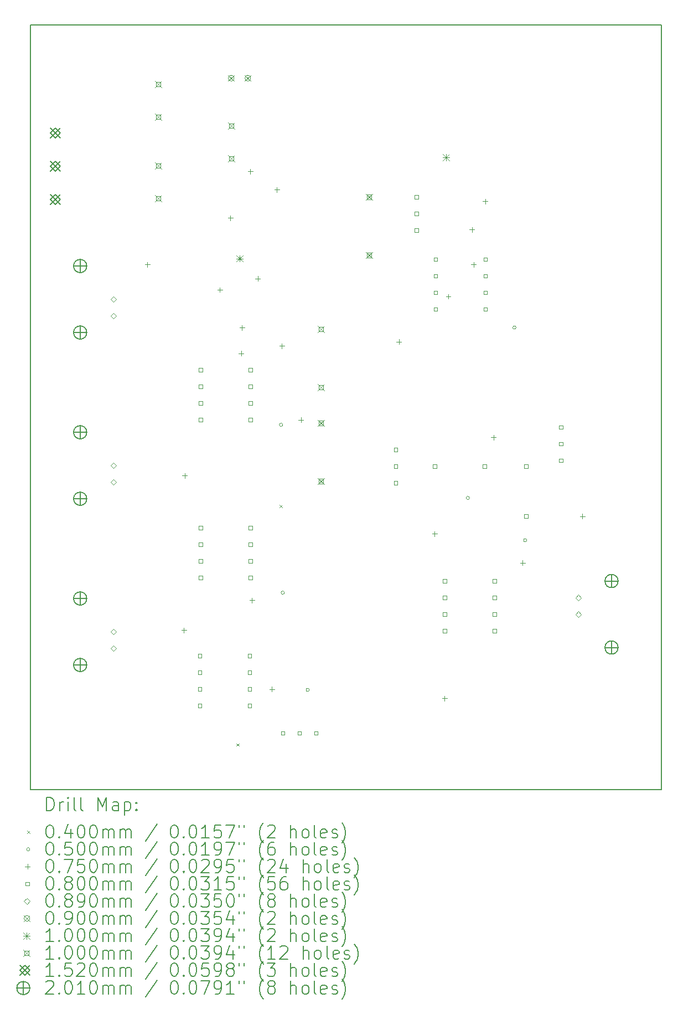
<source format=gbr>
%TF.GenerationSoftware,KiCad,Pcbnew,6.0.11-2627ca5db0~126~ubuntu20.04.1*%
%TF.CreationDate,2023-09-11T19:10:05-06:00*%
%TF.ProjectId,LaserPID,4c617365-7250-4494-942e-6b696361645f,rev?*%
%TF.SameCoordinates,Original*%
%TF.FileFunction,Drillmap*%
%TF.FilePolarity,Positive*%
%FSLAX45Y45*%
G04 Gerber Fmt 4.5, Leading zero omitted, Abs format (unit mm)*
G04 Created by KiCad (PCBNEW 6.0.11-2627ca5db0~126~ubuntu20.04.1) date 2023-09-11 19:10:05*
%MOMM*%
%LPD*%
G01*
G04 APERTURE LIST*
%ADD10C,0.150000*%
%ADD11C,0.200000*%
%ADD12C,0.040000*%
%ADD13C,0.050000*%
%ADD14C,0.075000*%
%ADD15C,0.080000*%
%ADD16C,0.089000*%
%ADD17C,0.090000*%
%ADD18C,0.100000*%
%ADD19C,0.152000*%
%ADD20C,0.201000*%
G04 APERTURE END LIST*
D10*
X74676000Y-1905000D02*
X74676000Y-13589000D01*
X74676000Y-1905000D02*
X84328000Y-1905000D01*
X74676000Y-13589000D02*
X84328000Y-13589000D01*
X84328000Y-13589000D02*
X84328000Y-1905000D01*
D11*
D12*
X77831000Y-12883200D02*
X77871000Y-12923200D01*
X77871000Y-12883200D02*
X77831000Y-12923200D01*
X78491400Y-9238300D02*
X78531400Y-9278300D01*
X78531400Y-9238300D02*
X78491400Y-9278300D01*
D13*
X78536400Y-8013700D02*
G75*
G03*
X78536400Y-8013700I-25000J0D01*
G01*
X78561800Y-10579100D02*
G75*
G03*
X78561800Y-10579100I-25000J0D01*
G01*
X78942800Y-12065000D02*
G75*
G03*
X78942800Y-12065000I-25000J0D01*
G01*
X81393900Y-9131300D02*
G75*
G03*
X81393900Y-9131300I-25000J0D01*
G01*
X82105100Y-6527800D02*
G75*
G03*
X82105100Y-6527800I-25000J0D01*
G01*
X82270200Y-9779000D02*
G75*
G03*
X82270200Y-9779000I-25000J0D01*
G01*
D14*
X76466700Y-5525100D02*
X76466700Y-5600100D01*
X76429200Y-5562600D02*
X76504200Y-5562600D01*
X77025500Y-11113100D02*
X77025500Y-11188100D01*
X76988000Y-11150600D02*
X77063000Y-11150600D01*
X77038200Y-8750900D02*
X77038200Y-8825900D01*
X77000700Y-8788400D02*
X77075700Y-8788400D01*
X77574587Y-5913331D02*
X77574587Y-5988331D01*
X77537087Y-5950831D02*
X77612087Y-5950831D01*
X77736700Y-4813900D02*
X77736700Y-4888900D01*
X77699200Y-4851400D02*
X77774200Y-4851400D01*
X77901800Y-6884000D02*
X77901800Y-6959000D01*
X77864300Y-6921500D02*
X77939300Y-6921500D01*
X77914500Y-6490300D02*
X77914500Y-6565300D01*
X77877000Y-6527800D02*
X77952000Y-6527800D01*
X78041500Y-4102700D02*
X78041500Y-4177700D01*
X78004000Y-4140200D02*
X78079000Y-4140200D01*
X78066900Y-10655900D02*
X78066900Y-10730900D01*
X78029400Y-10693400D02*
X78104400Y-10693400D01*
X78155800Y-5741000D02*
X78155800Y-5816000D01*
X78118300Y-5778500D02*
X78193300Y-5778500D01*
X78371700Y-12014800D02*
X78371700Y-12089800D01*
X78334200Y-12052300D02*
X78409200Y-12052300D01*
X78447900Y-4382100D02*
X78447900Y-4457100D01*
X78410400Y-4419600D02*
X78485400Y-4419600D01*
X78524100Y-6769700D02*
X78524100Y-6844700D01*
X78486600Y-6807200D02*
X78561600Y-6807200D01*
X78816200Y-7900000D02*
X78816200Y-7975000D01*
X78778700Y-7937500D02*
X78853700Y-7937500D01*
X80314800Y-6706200D02*
X80314800Y-6781200D01*
X80277300Y-6743700D02*
X80352300Y-6743700D01*
X80860900Y-9639900D02*
X80860900Y-9714900D01*
X80823400Y-9677400D02*
X80898400Y-9677400D01*
X81013300Y-12154500D02*
X81013300Y-12229500D01*
X80975800Y-12192000D02*
X81050800Y-12192000D01*
X81069000Y-6015500D02*
X81069000Y-6090500D01*
X81031500Y-6053000D02*
X81106500Y-6053000D01*
X81432400Y-4991700D02*
X81432400Y-5066700D01*
X81394900Y-5029200D02*
X81469900Y-5029200D01*
X81457800Y-5525100D02*
X81457800Y-5600100D01*
X81420300Y-5562600D02*
X81495300Y-5562600D01*
X81635600Y-4559900D02*
X81635600Y-4634900D01*
X81598100Y-4597400D02*
X81673100Y-4597400D01*
X81762600Y-8166700D02*
X81762600Y-8241700D01*
X81725100Y-8204200D02*
X81800100Y-8204200D01*
X82207100Y-10084400D02*
X82207100Y-10159400D01*
X82169600Y-10121900D02*
X82244600Y-10121900D01*
X83121500Y-9373200D02*
X83121500Y-9448200D01*
X83084000Y-9410700D02*
X83159000Y-9410700D01*
D15*
X77295085Y-11572584D02*
X77295085Y-11516015D01*
X77238516Y-11516015D01*
X77238516Y-11572584D01*
X77295085Y-11572584D01*
X77295085Y-11826584D02*
X77295085Y-11770015D01*
X77238516Y-11770015D01*
X77238516Y-11826584D01*
X77295085Y-11826584D01*
X77295085Y-12080584D02*
X77295085Y-12024015D01*
X77238516Y-12024015D01*
X77238516Y-12080584D01*
X77295085Y-12080584D01*
X77295085Y-12334584D02*
X77295085Y-12278015D01*
X77238516Y-12278015D01*
X77238516Y-12334584D01*
X77295085Y-12334584D01*
X77307785Y-7203784D02*
X77307785Y-7147215D01*
X77251216Y-7147215D01*
X77251216Y-7203784D01*
X77307785Y-7203784D01*
X77307785Y-7457784D02*
X77307785Y-7401215D01*
X77251216Y-7401215D01*
X77251216Y-7457784D01*
X77307785Y-7457784D01*
X77307785Y-7711784D02*
X77307785Y-7655215D01*
X77251216Y-7655215D01*
X77251216Y-7711784D01*
X77307785Y-7711784D01*
X77307785Y-7965784D02*
X77307785Y-7909215D01*
X77251216Y-7909215D01*
X77251216Y-7965784D01*
X77307785Y-7965784D01*
X77307785Y-9616785D02*
X77307785Y-9560216D01*
X77251216Y-9560216D01*
X77251216Y-9616785D01*
X77307785Y-9616785D01*
X77307785Y-9870785D02*
X77307785Y-9814216D01*
X77251216Y-9814216D01*
X77251216Y-9870785D01*
X77307785Y-9870785D01*
X77307785Y-10124785D02*
X77307785Y-10068216D01*
X77251216Y-10068216D01*
X77251216Y-10124785D01*
X77307785Y-10124785D01*
X77307785Y-10378785D02*
X77307785Y-10322216D01*
X77251216Y-10322216D01*
X77251216Y-10378785D01*
X77307785Y-10378785D01*
X78057085Y-11572584D02*
X78057085Y-11516015D01*
X78000516Y-11516015D01*
X78000516Y-11572584D01*
X78057085Y-11572584D01*
X78057085Y-11826584D02*
X78057085Y-11770015D01*
X78000516Y-11770015D01*
X78000516Y-11826584D01*
X78057085Y-11826584D01*
X78057085Y-12080584D02*
X78057085Y-12024015D01*
X78000516Y-12024015D01*
X78000516Y-12080584D01*
X78057085Y-12080584D01*
X78057085Y-12334584D02*
X78057085Y-12278015D01*
X78000516Y-12278015D01*
X78000516Y-12334584D01*
X78057085Y-12334584D01*
X78069785Y-7203784D02*
X78069785Y-7147215D01*
X78013216Y-7147215D01*
X78013216Y-7203784D01*
X78069785Y-7203784D01*
X78069785Y-7457784D02*
X78069785Y-7401215D01*
X78013216Y-7401215D01*
X78013216Y-7457784D01*
X78069785Y-7457784D01*
X78069785Y-7711784D02*
X78069785Y-7655215D01*
X78013216Y-7655215D01*
X78013216Y-7711784D01*
X78069785Y-7711784D01*
X78069785Y-7965784D02*
X78069785Y-7909215D01*
X78013216Y-7909215D01*
X78013216Y-7965784D01*
X78069785Y-7965784D01*
X78069785Y-9616785D02*
X78069785Y-9560216D01*
X78013216Y-9560216D01*
X78013216Y-9616785D01*
X78069785Y-9616785D01*
X78069785Y-9870785D02*
X78069785Y-9814216D01*
X78013216Y-9814216D01*
X78013216Y-9870785D01*
X78069785Y-9870785D01*
X78069785Y-10124785D02*
X78069785Y-10068216D01*
X78013216Y-10068216D01*
X78013216Y-10124785D01*
X78069785Y-10124785D01*
X78069785Y-10378785D02*
X78069785Y-10322216D01*
X78013216Y-10322216D01*
X78013216Y-10378785D01*
X78069785Y-10378785D01*
X78565085Y-12753684D02*
X78565085Y-12697115D01*
X78508516Y-12697115D01*
X78508516Y-12753684D01*
X78565085Y-12753684D01*
X78819085Y-12753684D02*
X78819085Y-12697115D01*
X78762516Y-12697115D01*
X78762516Y-12753684D01*
X78819085Y-12753684D01*
X79073085Y-12753684D02*
X79073085Y-12697115D01*
X79016516Y-12697115D01*
X79016516Y-12753684D01*
X79073085Y-12753684D01*
X80292285Y-8422985D02*
X80292285Y-8366415D01*
X80235716Y-8366415D01*
X80235716Y-8422985D01*
X80292285Y-8422985D01*
X80292285Y-8676985D02*
X80292285Y-8620416D01*
X80235716Y-8620416D01*
X80235716Y-8676985D01*
X80292285Y-8676985D01*
X80292285Y-8930985D02*
X80292285Y-8874416D01*
X80235716Y-8874416D01*
X80235716Y-8930985D01*
X80292285Y-8930985D01*
X80609785Y-4562185D02*
X80609785Y-4505616D01*
X80553216Y-4505616D01*
X80553216Y-4562185D01*
X80609785Y-4562185D01*
X80609785Y-4816185D02*
X80609785Y-4759616D01*
X80553216Y-4759616D01*
X80553216Y-4816185D01*
X80609785Y-4816185D01*
X80609785Y-5070185D02*
X80609785Y-5013616D01*
X80553216Y-5013616D01*
X80553216Y-5070185D01*
X80609785Y-5070185D01*
X80889185Y-8676985D02*
X80889185Y-8620416D01*
X80832616Y-8620416D01*
X80832616Y-8676985D01*
X80889185Y-8676985D01*
X80901885Y-5514685D02*
X80901885Y-5458116D01*
X80845316Y-5458116D01*
X80845316Y-5514685D01*
X80901885Y-5514685D01*
X80901885Y-5768684D02*
X80901885Y-5712115D01*
X80845316Y-5712115D01*
X80845316Y-5768684D01*
X80901885Y-5768684D01*
X80901885Y-6022684D02*
X80901885Y-5966115D01*
X80845316Y-5966115D01*
X80845316Y-6022684D01*
X80901885Y-6022684D01*
X80901885Y-6276684D02*
X80901885Y-6220115D01*
X80845316Y-6220115D01*
X80845316Y-6276684D01*
X80901885Y-6276684D01*
X81041585Y-10429585D02*
X81041585Y-10373016D01*
X80985016Y-10373016D01*
X80985016Y-10429585D01*
X81041585Y-10429585D01*
X81041585Y-10683585D02*
X81041585Y-10627016D01*
X80985016Y-10627016D01*
X80985016Y-10683585D01*
X81041585Y-10683585D01*
X81041585Y-10937585D02*
X81041585Y-10881016D01*
X80985016Y-10881016D01*
X80985016Y-10937585D01*
X81041585Y-10937585D01*
X81041585Y-11191584D02*
X81041585Y-11135016D01*
X80985016Y-11135016D01*
X80985016Y-11191584D01*
X81041585Y-11191584D01*
X81651185Y-8676985D02*
X81651185Y-8620416D01*
X81594616Y-8620416D01*
X81594616Y-8676985D01*
X81651185Y-8676985D01*
X81663885Y-5514685D02*
X81663885Y-5458116D01*
X81607316Y-5458116D01*
X81607316Y-5514685D01*
X81663885Y-5514685D01*
X81663885Y-5768684D02*
X81663885Y-5712115D01*
X81607316Y-5712115D01*
X81607316Y-5768684D01*
X81663885Y-5768684D01*
X81663885Y-6022684D02*
X81663885Y-5966115D01*
X81607316Y-5966115D01*
X81607316Y-6022684D01*
X81663885Y-6022684D01*
X81663885Y-6276684D02*
X81663885Y-6220115D01*
X81607316Y-6220115D01*
X81607316Y-6276684D01*
X81663885Y-6276684D01*
X81803585Y-10429585D02*
X81803585Y-10373016D01*
X81747016Y-10373016D01*
X81747016Y-10429585D01*
X81803585Y-10429585D01*
X81803585Y-10683585D02*
X81803585Y-10627016D01*
X81747016Y-10627016D01*
X81747016Y-10683585D01*
X81803585Y-10683585D01*
X81803585Y-10937585D02*
X81803585Y-10881016D01*
X81747016Y-10881016D01*
X81747016Y-10937585D01*
X81803585Y-10937585D01*
X81803585Y-11191584D02*
X81803585Y-11135016D01*
X81747016Y-11135016D01*
X81747016Y-11191584D01*
X81803585Y-11191584D01*
X82286185Y-8676985D02*
X82286185Y-8620416D01*
X82229616Y-8620416D01*
X82229616Y-8676985D01*
X82286185Y-8676985D01*
X82286185Y-9438985D02*
X82286185Y-9382416D01*
X82229616Y-9382416D01*
X82229616Y-9438985D01*
X82286185Y-9438985D01*
X82819585Y-8080084D02*
X82819585Y-8023515D01*
X82763016Y-8023515D01*
X82763016Y-8080084D01*
X82819585Y-8080084D01*
X82819585Y-8334084D02*
X82819585Y-8277515D01*
X82763016Y-8277515D01*
X82763016Y-8334084D01*
X82819585Y-8334084D01*
X82819585Y-8588085D02*
X82819585Y-8531516D01*
X82763016Y-8531516D01*
X82763016Y-8588085D01*
X82819585Y-8588085D01*
D16*
X75946000Y-6140500D02*
X75990500Y-6096000D01*
X75946000Y-6051500D01*
X75901500Y-6096000D01*
X75946000Y-6140500D01*
X75946000Y-6394500D02*
X75990500Y-6350000D01*
X75946000Y-6305500D01*
X75901500Y-6350000D01*
X75946000Y-6394500D01*
X75946000Y-8680500D02*
X75990500Y-8636000D01*
X75946000Y-8591500D01*
X75901500Y-8636000D01*
X75946000Y-8680500D01*
X75946000Y-8934500D02*
X75990500Y-8890000D01*
X75946000Y-8845500D01*
X75901500Y-8890000D01*
X75946000Y-8934500D01*
X75946000Y-11220500D02*
X75990500Y-11176000D01*
X75946000Y-11131500D01*
X75901500Y-11176000D01*
X75946000Y-11220500D01*
X75946000Y-11474500D02*
X75990500Y-11430000D01*
X75946000Y-11385500D01*
X75901500Y-11430000D01*
X75946000Y-11474500D01*
X83058000Y-10699800D02*
X83102500Y-10655300D01*
X83058000Y-10610800D01*
X83013500Y-10655300D01*
X83058000Y-10699800D01*
X83058000Y-10953800D02*
X83102500Y-10909300D01*
X83058000Y-10864800D01*
X83013500Y-10909300D01*
X83058000Y-10953800D01*
D17*
X77703900Y-2672800D02*
X77793900Y-2762800D01*
X77793900Y-2672800D02*
X77703900Y-2762800D01*
X77793900Y-2717800D02*
G75*
G03*
X77793900Y-2717800I-45000J0D01*
G01*
X77957900Y-2672800D02*
X78047900Y-2762800D01*
X78047900Y-2672800D02*
X77957900Y-2762800D01*
X78047900Y-2717800D02*
G75*
G03*
X78047900Y-2717800I-45000J0D01*
G01*
D18*
X77826400Y-5423700D02*
X77926400Y-5523700D01*
X77926400Y-5423700D02*
X77826400Y-5523700D01*
X77876400Y-5423700D02*
X77876400Y-5523700D01*
X77826400Y-5473700D02*
X77926400Y-5473700D01*
X80982350Y-3880650D02*
X81082350Y-3980650D01*
X81082350Y-3880650D02*
X80982350Y-3980650D01*
X81032350Y-3880650D02*
X81032350Y-3980650D01*
X80982350Y-3930650D02*
X81082350Y-3930650D01*
X76581800Y-2762297D02*
X76681800Y-2862297D01*
X76681800Y-2762297D02*
X76581800Y-2862297D01*
X76667156Y-2847653D02*
X76667156Y-2776941D01*
X76596444Y-2776941D01*
X76596444Y-2847653D01*
X76667156Y-2847653D01*
X76581800Y-3262297D02*
X76681800Y-3362297D01*
X76681800Y-3262297D02*
X76581800Y-3362297D01*
X76667156Y-3347653D02*
X76667156Y-3276941D01*
X76596444Y-3276941D01*
X76596444Y-3347653D01*
X76667156Y-3347653D01*
X76581800Y-4004768D02*
X76681800Y-4104768D01*
X76681800Y-4004768D02*
X76581800Y-4104768D01*
X76667156Y-4090123D02*
X76667156Y-4019412D01*
X76596444Y-4019412D01*
X76596444Y-4090123D01*
X76667156Y-4090123D01*
X76581800Y-4504768D02*
X76681800Y-4604768D01*
X76681800Y-4504768D02*
X76581800Y-4604768D01*
X76667156Y-4590123D02*
X76667156Y-4519412D01*
X76596444Y-4519412D01*
X76596444Y-4590123D01*
X76667156Y-4590123D01*
X77699400Y-3395168D02*
X77799400Y-3495168D01*
X77799400Y-3395168D02*
X77699400Y-3495168D01*
X77784756Y-3480523D02*
X77784756Y-3409812D01*
X77714044Y-3409812D01*
X77714044Y-3480523D01*
X77784756Y-3480523D01*
X77699400Y-3895168D02*
X77799400Y-3995168D01*
X77799400Y-3895168D02*
X77699400Y-3995168D01*
X77784756Y-3980523D02*
X77784756Y-3909812D01*
X77714044Y-3909812D01*
X77714044Y-3980523D01*
X77784756Y-3980523D01*
X79071000Y-6503200D02*
X79171000Y-6603200D01*
X79171000Y-6503200D02*
X79071000Y-6603200D01*
X79156356Y-6588556D02*
X79156356Y-6517844D01*
X79085644Y-6517844D01*
X79085644Y-6588556D01*
X79156356Y-6588556D01*
X79071000Y-7392200D02*
X79171000Y-7492200D01*
X79171000Y-7392200D02*
X79071000Y-7492200D01*
X79156356Y-7477556D02*
X79156356Y-7406844D01*
X79085644Y-7406844D01*
X79085644Y-7477556D01*
X79156356Y-7477556D01*
X79071000Y-7938300D02*
X79171000Y-8038300D01*
X79171000Y-7938300D02*
X79071000Y-8038300D01*
X79156356Y-8023656D02*
X79156356Y-7952944D01*
X79085644Y-7952944D01*
X79085644Y-8023656D01*
X79156356Y-8023656D01*
X79071000Y-8827300D02*
X79171000Y-8927300D01*
X79171000Y-8827300D02*
X79071000Y-8927300D01*
X79156356Y-8912656D02*
X79156356Y-8841944D01*
X79085644Y-8841944D01*
X79085644Y-8912656D01*
X79156356Y-8912656D01*
X79807600Y-4483900D02*
X79907600Y-4583900D01*
X79907600Y-4483900D02*
X79807600Y-4583900D01*
X79892956Y-4569256D02*
X79892956Y-4498544D01*
X79822244Y-4498544D01*
X79822244Y-4569256D01*
X79892956Y-4569256D01*
X79807600Y-5372900D02*
X79907600Y-5472900D01*
X79907600Y-5372900D02*
X79807600Y-5472900D01*
X79892956Y-5458256D02*
X79892956Y-5387544D01*
X79822244Y-5387544D01*
X79822244Y-5458256D01*
X79892956Y-5458256D01*
D19*
X74981000Y-3480000D02*
X75133000Y-3632000D01*
X75133000Y-3480000D02*
X74981000Y-3632000D01*
X75057000Y-3632000D02*
X75133000Y-3556000D01*
X75057000Y-3480000D01*
X74981000Y-3556000D01*
X75057000Y-3632000D01*
X74981000Y-3988000D02*
X75133000Y-4140000D01*
X75133000Y-3988000D02*
X74981000Y-4140000D01*
X75057000Y-4140000D02*
X75133000Y-4064000D01*
X75057000Y-3988000D01*
X74981000Y-4064000D01*
X75057000Y-4140000D01*
X74981000Y-4496000D02*
X75133000Y-4648000D01*
X75133000Y-4496000D02*
X74981000Y-4648000D01*
X75057000Y-4648000D02*
X75133000Y-4572000D01*
X75057000Y-4496000D01*
X74981000Y-4572000D01*
X75057000Y-4648000D01*
D20*
X75438000Y-5487500D02*
X75438000Y-5688500D01*
X75337500Y-5588000D02*
X75538500Y-5588000D01*
X75538500Y-5588000D02*
G75*
G03*
X75538500Y-5588000I-100500J0D01*
G01*
X75438000Y-6503500D02*
X75438000Y-6704500D01*
X75337500Y-6604000D02*
X75538500Y-6604000D01*
X75538500Y-6604000D02*
G75*
G03*
X75538500Y-6604000I-100500J0D01*
G01*
X75438000Y-8027500D02*
X75438000Y-8228500D01*
X75337500Y-8128000D02*
X75538500Y-8128000D01*
X75538500Y-8128000D02*
G75*
G03*
X75538500Y-8128000I-100500J0D01*
G01*
X75438000Y-9043500D02*
X75438000Y-9244500D01*
X75337500Y-9144000D02*
X75538500Y-9144000D01*
X75538500Y-9144000D02*
G75*
G03*
X75538500Y-9144000I-100500J0D01*
G01*
X75438000Y-10567500D02*
X75438000Y-10768500D01*
X75337500Y-10668000D02*
X75538500Y-10668000D01*
X75538500Y-10668000D02*
G75*
G03*
X75538500Y-10668000I-100500J0D01*
G01*
X75438000Y-11583500D02*
X75438000Y-11784500D01*
X75337500Y-11684000D02*
X75538500Y-11684000D01*
X75538500Y-11684000D02*
G75*
G03*
X75538500Y-11684000I-100500J0D01*
G01*
X83566000Y-10300800D02*
X83566000Y-10501800D01*
X83465500Y-10401300D02*
X83666500Y-10401300D01*
X83666500Y-10401300D02*
G75*
G03*
X83666500Y-10401300I-100500J0D01*
G01*
X83566000Y-11316800D02*
X83566000Y-11517800D01*
X83465500Y-11417300D02*
X83666500Y-11417300D01*
X83666500Y-11417300D02*
G75*
G03*
X83666500Y-11417300I-100500J0D01*
G01*
D11*
X74926119Y-13906976D02*
X74926119Y-13706976D01*
X74973738Y-13706976D01*
X75002310Y-13716500D01*
X75021357Y-13735548D01*
X75030881Y-13754595D01*
X75040405Y-13792690D01*
X75040405Y-13821262D01*
X75030881Y-13859357D01*
X75021357Y-13878405D01*
X75002310Y-13897452D01*
X74973738Y-13906976D01*
X74926119Y-13906976D01*
X75126119Y-13906976D02*
X75126119Y-13773643D01*
X75126119Y-13811738D02*
X75135643Y-13792690D01*
X75145167Y-13783167D01*
X75164214Y-13773643D01*
X75183262Y-13773643D01*
X75249929Y-13906976D02*
X75249929Y-13773643D01*
X75249929Y-13706976D02*
X75240405Y-13716500D01*
X75249929Y-13726024D01*
X75259452Y-13716500D01*
X75249929Y-13706976D01*
X75249929Y-13726024D01*
X75373738Y-13906976D02*
X75354690Y-13897452D01*
X75345167Y-13878405D01*
X75345167Y-13706976D01*
X75478500Y-13906976D02*
X75459452Y-13897452D01*
X75449929Y-13878405D01*
X75449929Y-13706976D01*
X75707071Y-13906976D02*
X75707071Y-13706976D01*
X75773738Y-13849833D01*
X75840405Y-13706976D01*
X75840405Y-13906976D01*
X76021357Y-13906976D02*
X76021357Y-13802214D01*
X76011833Y-13783167D01*
X75992786Y-13773643D01*
X75954690Y-13773643D01*
X75935643Y-13783167D01*
X76021357Y-13897452D02*
X76002310Y-13906976D01*
X75954690Y-13906976D01*
X75935643Y-13897452D01*
X75926119Y-13878405D01*
X75926119Y-13859357D01*
X75935643Y-13840309D01*
X75954690Y-13830786D01*
X76002310Y-13830786D01*
X76021357Y-13821262D01*
X76116595Y-13773643D02*
X76116595Y-13973643D01*
X76116595Y-13783167D02*
X76135643Y-13773643D01*
X76173738Y-13773643D01*
X76192786Y-13783167D01*
X76202310Y-13792690D01*
X76211833Y-13811738D01*
X76211833Y-13868881D01*
X76202310Y-13887928D01*
X76192786Y-13897452D01*
X76173738Y-13906976D01*
X76135643Y-13906976D01*
X76116595Y-13897452D01*
X76297548Y-13887928D02*
X76307071Y-13897452D01*
X76297548Y-13906976D01*
X76288024Y-13897452D01*
X76297548Y-13887928D01*
X76297548Y-13906976D01*
X76297548Y-13783167D02*
X76307071Y-13792690D01*
X76297548Y-13802214D01*
X76288024Y-13792690D01*
X76297548Y-13783167D01*
X76297548Y-13802214D01*
D12*
X74628500Y-14216500D02*
X74668500Y-14256500D01*
X74668500Y-14216500D02*
X74628500Y-14256500D01*
D11*
X74964214Y-14126976D02*
X74983262Y-14126976D01*
X75002310Y-14136500D01*
X75011833Y-14146024D01*
X75021357Y-14165071D01*
X75030881Y-14203167D01*
X75030881Y-14250786D01*
X75021357Y-14288881D01*
X75011833Y-14307928D01*
X75002310Y-14317452D01*
X74983262Y-14326976D01*
X74964214Y-14326976D01*
X74945167Y-14317452D01*
X74935643Y-14307928D01*
X74926119Y-14288881D01*
X74916595Y-14250786D01*
X74916595Y-14203167D01*
X74926119Y-14165071D01*
X74935643Y-14146024D01*
X74945167Y-14136500D01*
X74964214Y-14126976D01*
X75116595Y-14307928D02*
X75126119Y-14317452D01*
X75116595Y-14326976D01*
X75107071Y-14317452D01*
X75116595Y-14307928D01*
X75116595Y-14326976D01*
X75297548Y-14193643D02*
X75297548Y-14326976D01*
X75249929Y-14117452D02*
X75202310Y-14260309D01*
X75326119Y-14260309D01*
X75440405Y-14126976D02*
X75459452Y-14126976D01*
X75478500Y-14136500D01*
X75488024Y-14146024D01*
X75497548Y-14165071D01*
X75507071Y-14203167D01*
X75507071Y-14250786D01*
X75497548Y-14288881D01*
X75488024Y-14307928D01*
X75478500Y-14317452D01*
X75459452Y-14326976D01*
X75440405Y-14326976D01*
X75421357Y-14317452D01*
X75411833Y-14307928D01*
X75402310Y-14288881D01*
X75392786Y-14250786D01*
X75392786Y-14203167D01*
X75402310Y-14165071D01*
X75411833Y-14146024D01*
X75421357Y-14136500D01*
X75440405Y-14126976D01*
X75630881Y-14126976D02*
X75649929Y-14126976D01*
X75668976Y-14136500D01*
X75678500Y-14146024D01*
X75688024Y-14165071D01*
X75697548Y-14203167D01*
X75697548Y-14250786D01*
X75688024Y-14288881D01*
X75678500Y-14307928D01*
X75668976Y-14317452D01*
X75649929Y-14326976D01*
X75630881Y-14326976D01*
X75611833Y-14317452D01*
X75602310Y-14307928D01*
X75592786Y-14288881D01*
X75583262Y-14250786D01*
X75583262Y-14203167D01*
X75592786Y-14165071D01*
X75602310Y-14146024D01*
X75611833Y-14136500D01*
X75630881Y-14126976D01*
X75783262Y-14326976D02*
X75783262Y-14193643D01*
X75783262Y-14212690D02*
X75792786Y-14203167D01*
X75811833Y-14193643D01*
X75840405Y-14193643D01*
X75859452Y-14203167D01*
X75868976Y-14222214D01*
X75868976Y-14326976D01*
X75868976Y-14222214D02*
X75878500Y-14203167D01*
X75897548Y-14193643D01*
X75926119Y-14193643D01*
X75945167Y-14203167D01*
X75954690Y-14222214D01*
X75954690Y-14326976D01*
X76049929Y-14326976D02*
X76049929Y-14193643D01*
X76049929Y-14212690D02*
X76059452Y-14203167D01*
X76078500Y-14193643D01*
X76107071Y-14193643D01*
X76126119Y-14203167D01*
X76135643Y-14222214D01*
X76135643Y-14326976D01*
X76135643Y-14222214D02*
X76145167Y-14203167D01*
X76164214Y-14193643D01*
X76192786Y-14193643D01*
X76211833Y-14203167D01*
X76221357Y-14222214D01*
X76221357Y-14326976D01*
X76611833Y-14117452D02*
X76440405Y-14374595D01*
X76868976Y-14126976D02*
X76888024Y-14126976D01*
X76907071Y-14136500D01*
X76916595Y-14146024D01*
X76926119Y-14165071D01*
X76935643Y-14203167D01*
X76935643Y-14250786D01*
X76926119Y-14288881D01*
X76916595Y-14307928D01*
X76907071Y-14317452D01*
X76888024Y-14326976D01*
X76868976Y-14326976D01*
X76849929Y-14317452D01*
X76840405Y-14307928D01*
X76830881Y-14288881D01*
X76821357Y-14250786D01*
X76821357Y-14203167D01*
X76830881Y-14165071D01*
X76840405Y-14146024D01*
X76849929Y-14136500D01*
X76868976Y-14126976D01*
X77021357Y-14307928D02*
X77030881Y-14317452D01*
X77021357Y-14326976D01*
X77011833Y-14317452D01*
X77021357Y-14307928D01*
X77021357Y-14326976D01*
X77154690Y-14126976D02*
X77173738Y-14126976D01*
X77192786Y-14136500D01*
X77202310Y-14146024D01*
X77211833Y-14165071D01*
X77221357Y-14203167D01*
X77221357Y-14250786D01*
X77211833Y-14288881D01*
X77202310Y-14307928D01*
X77192786Y-14317452D01*
X77173738Y-14326976D01*
X77154690Y-14326976D01*
X77135643Y-14317452D01*
X77126119Y-14307928D01*
X77116595Y-14288881D01*
X77107071Y-14250786D01*
X77107071Y-14203167D01*
X77116595Y-14165071D01*
X77126119Y-14146024D01*
X77135643Y-14136500D01*
X77154690Y-14126976D01*
X77411833Y-14326976D02*
X77297548Y-14326976D01*
X77354690Y-14326976D02*
X77354690Y-14126976D01*
X77335643Y-14155548D01*
X77316595Y-14174595D01*
X77297548Y-14184119D01*
X77592786Y-14126976D02*
X77497548Y-14126976D01*
X77488024Y-14222214D01*
X77497548Y-14212690D01*
X77516595Y-14203167D01*
X77564214Y-14203167D01*
X77583262Y-14212690D01*
X77592786Y-14222214D01*
X77602310Y-14241262D01*
X77602310Y-14288881D01*
X77592786Y-14307928D01*
X77583262Y-14317452D01*
X77564214Y-14326976D01*
X77516595Y-14326976D01*
X77497548Y-14317452D01*
X77488024Y-14307928D01*
X77668976Y-14126976D02*
X77802310Y-14126976D01*
X77716595Y-14326976D01*
X77868976Y-14126976D02*
X77868976Y-14165071D01*
X77945167Y-14126976D02*
X77945167Y-14165071D01*
X78240405Y-14403167D02*
X78230881Y-14393643D01*
X78211833Y-14365071D01*
X78202310Y-14346024D01*
X78192786Y-14317452D01*
X78183262Y-14269833D01*
X78183262Y-14231738D01*
X78192786Y-14184119D01*
X78202310Y-14155548D01*
X78211833Y-14136500D01*
X78230881Y-14107928D01*
X78240405Y-14098405D01*
X78307071Y-14146024D02*
X78316595Y-14136500D01*
X78335643Y-14126976D01*
X78383262Y-14126976D01*
X78402310Y-14136500D01*
X78411833Y-14146024D01*
X78421357Y-14165071D01*
X78421357Y-14184119D01*
X78411833Y-14212690D01*
X78297548Y-14326976D01*
X78421357Y-14326976D01*
X78659452Y-14326976D02*
X78659452Y-14126976D01*
X78745167Y-14326976D02*
X78745167Y-14222214D01*
X78735643Y-14203167D01*
X78716595Y-14193643D01*
X78688024Y-14193643D01*
X78668976Y-14203167D01*
X78659452Y-14212690D01*
X78868976Y-14326976D02*
X78849929Y-14317452D01*
X78840405Y-14307928D01*
X78830881Y-14288881D01*
X78830881Y-14231738D01*
X78840405Y-14212690D01*
X78849929Y-14203167D01*
X78868976Y-14193643D01*
X78897548Y-14193643D01*
X78916595Y-14203167D01*
X78926119Y-14212690D01*
X78935643Y-14231738D01*
X78935643Y-14288881D01*
X78926119Y-14307928D01*
X78916595Y-14317452D01*
X78897548Y-14326976D01*
X78868976Y-14326976D01*
X79049929Y-14326976D02*
X79030881Y-14317452D01*
X79021357Y-14298405D01*
X79021357Y-14126976D01*
X79202310Y-14317452D02*
X79183262Y-14326976D01*
X79145167Y-14326976D01*
X79126119Y-14317452D01*
X79116595Y-14298405D01*
X79116595Y-14222214D01*
X79126119Y-14203167D01*
X79145167Y-14193643D01*
X79183262Y-14193643D01*
X79202310Y-14203167D01*
X79211833Y-14222214D01*
X79211833Y-14241262D01*
X79116595Y-14260309D01*
X79288024Y-14317452D02*
X79307071Y-14326976D01*
X79345167Y-14326976D01*
X79364214Y-14317452D01*
X79373738Y-14298405D01*
X79373738Y-14288881D01*
X79364214Y-14269833D01*
X79345167Y-14260309D01*
X79316595Y-14260309D01*
X79297548Y-14250786D01*
X79288024Y-14231738D01*
X79288024Y-14222214D01*
X79297548Y-14203167D01*
X79316595Y-14193643D01*
X79345167Y-14193643D01*
X79364214Y-14203167D01*
X79440405Y-14403167D02*
X79449929Y-14393643D01*
X79468976Y-14365071D01*
X79478500Y-14346024D01*
X79488024Y-14317452D01*
X79497548Y-14269833D01*
X79497548Y-14231738D01*
X79488024Y-14184119D01*
X79478500Y-14155548D01*
X79468976Y-14136500D01*
X79449929Y-14107928D01*
X79440405Y-14098405D01*
D13*
X74668500Y-14500500D02*
G75*
G03*
X74668500Y-14500500I-25000J0D01*
G01*
D11*
X74964214Y-14390976D02*
X74983262Y-14390976D01*
X75002310Y-14400500D01*
X75011833Y-14410024D01*
X75021357Y-14429071D01*
X75030881Y-14467167D01*
X75030881Y-14514786D01*
X75021357Y-14552881D01*
X75011833Y-14571928D01*
X75002310Y-14581452D01*
X74983262Y-14590976D01*
X74964214Y-14590976D01*
X74945167Y-14581452D01*
X74935643Y-14571928D01*
X74926119Y-14552881D01*
X74916595Y-14514786D01*
X74916595Y-14467167D01*
X74926119Y-14429071D01*
X74935643Y-14410024D01*
X74945167Y-14400500D01*
X74964214Y-14390976D01*
X75116595Y-14571928D02*
X75126119Y-14581452D01*
X75116595Y-14590976D01*
X75107071Y-14581452D01*
X75116595Y-14571928D01*
X75116595Y-14590976D01*
X75307071Y-14390976D02*
X75211833Y-14390976D01*
X75202310Y-14486214D01*
X75211833Y-14476690D01*
X75230881Y-14467167D01*
X75278500Y-14467167D01*
X75297548Y-14476690D01*
X75307071Y-14486214D01*
X75316595Y-14505262D01*
X75316595Y-14552881D01*
X75307071Y-14571928D01*
X75297548Y-14581452D01*
X75278500Y-14590976D01*
X75230881Y-14590976D01*
X75211833Y-14581452D01*
X75202310Y-14571928D01*
X75440405Y-14390976D02*
X75459452Y-14390976D01*
X75478500Y-14400500D01*
X75488024Y-14410024D01*
X75497548Y-14429071D01*
X75507071Y-14467167D01*
X75507071Y-14514786D01*
X75497548Y-14552881D01*
X75488024Y-14571928D01*
X75478500Y-14581452D01*
X75459452Y-14590976D01*
X75440405Y-14590976D01*
X75421357Y-14581452D01*
X75411833Y-14571928D01*
X75402310Y-14552881D01*
X75392786Y-14514786D01*
X75392786Y-14467167D01*
X75402310Y-14429071D01*
X75411833Y-14410024D01*
X75421357Y-14400500D01*
X75440405Y-14390976D01*
X75630881Y-14390976D02*
X75649929Y-14390976D01*
X75668976Y-14400500D01*
X75678500Y-14410024D01*
X75688024Y-14429071D01*
X75697548Y-14467167D01*
X75697548Y-14514786D01*
X75688024Y-14552881D01*
X75678500Y-14571928D01*
X75668976Y-14581452D01*
X75649929Y-14590976D01*
X75630881Y-14590976D01*
X75611833Y-14581452D01*
X75602310Y-14571928D01*
X75592786Y-14552881D01*
X75583262Y-14514786D01*
X75583262Y-14467167D01*
X75592786Y-14429071D01*
X75602310Y-14410024D01*
X75611833Y-14400500D01*
X75630881Y-14390976D01*
X75783262Y-14590976D02*
X75783262Y-14457643D01*
X75783262Y-14476690D02*
X75792786Y-14467167D01*
X75811833Y-14457643D01*
X75840405Y-14457643D01*
X75859452Y-14467167D01*
X75868976Y-14486214D01*
X75868976Y-14590976D01*
X75868976Y-14486214D02*
X75878500Y-14467167D01*
X75897548Y-14457643D01*
X75926119Y-14457643D01*
X75945167Y-14467167D01*
X75954690Y-14486214D01*
X75954690Y-14590976D01*
X76049929Y-14590976D02*
X76049929Y-14457643D01*
X76049929Y-14476690D02*
X76059452Y-14467167D01*
X76078500Y-14457643D01*
X76107071Y-14457643D01*
X76126119Y-14467167D01*
X76135643Y-14486214D01*
X76135643Y-14590976D01*
X76135643Y-14486214D02*
X76145167Y-14467167D01*
X76164214Y-14457643D01*
X76192786Y-14457643D01*
X76211833Y-14467167D01*
X76221357Y-14486214D01*
X76221357Y-14590976D01*
X76611833Y-14381452D02*
X76440405Y-14638595D01*
X76868976Y-14390976D02*
X76888024Y-14390976D01*
X76907071Y-14400500D01*
X76916595Y-14410024D01*
X76926119Y-14429071D01*
X76935643Y-14467167D01*
X76935643Y-14514786D01*
X76926119Y-14552881D01*
X76916595Y-14571928D01*
X76907071Y-14581452D01*
X76888024Y-14590976D01*
X76868976Y-14590976D01*
X76849929Y-14581452D01*
X76840405Y-14571928D01*
X76830881Y-14552881D01*
X76821357Y-14514786D01*
X76821357Y-14467167D01*
X76830881Y-14429071D01*
X76840405Y-14410024D01*
X76849929Y-14400500D01*
X76868976Y-14390976D01*
X77021357Y-14571928D02*
X77030881Y-14581452D01*
X77021357Y-14590976D01*
X77011833Y-14581452D01*
X77021357Y-14571928D01*
X77021357Y-14590976D01*
X77154690Y-14390976D02*
X77173738Y-14390976D01*
X77192786Y-14400500D01*
X77202310Y-14410024D01*
X77211833Y-14429071D01*
X77221357Y-14467167D01*
X77221357Y-14514786D01*
X77211833Y-14552881D01*
X77202310Y-14571928D01*
X77192786Y-14581452D01*
X77173738Y-14590976D01*
X77154690Y-14590976D01*
X77135643Y-14581452D01*
X77126119Y-14571928D01*
X77116595Y-14552881D01*
X77107071Y-14514786D01*
X77107071Y-14467167D01*
X77116595Y-14429071D01*
X77126119Y-14410024D01*
X77135643Y-14400500D01*
X77154690Y-14390976D01*
X77411833Y-14590976D02*
X77297548Y-14590976D01*
X77354690Y-14590976D02*
X77354690Y-14390976D01*
X77335643Y-14419548D01*
X77316595Y-14438595D01*
X77297548Y-14448119D01*
X77507071Y-14590976D02*
X77545167Y-14590976D01*
X77564214Y-14581452D01*
X77573738Y-14571928D01*
X77592786Y-14543357D01*
X77602310Y-14505262D01*
X77602310Y-14429071D01*
X77592786Y-14410024D01*
X77583262Y-14400500D01*
X77564214Y-14390976D01*
X77526119Y-14390976D01*
X77507071Y-14400500D01*
X77497548Y-14410024D01*
X77488024Y-14429071D01*
X77488024Y-14476690D01*
X77497548Y-14495738D01*
X77507071Y-14505262D01*
X77526119Y-14514786D01*
X77564214Y-14514786D01*
X77583262Y-14505262D01*
X77592786Y-14495738D01*
X77602310Y-14476690D01*
X77668976Y-14390976D02*
X77802310Y-14390976D01*
X77716595Y-14590976D01*
X77868976Y-14390976D02*
X77868976Y-14429071D01*
X77945167Y-14390976D02*
X77945167Y-14429071D01*
X78240405Y-14667167D02*
X78230881Y-14657643D01*
X78211833Y-14629071D01*
X78202310Y-14610024D01*
X78192786Y-14581452D01*
X78183262Y-14533833D01*
X78183262Y-14495738D01*
X78192786Y-14448119D01*
X78202310Y-14419548D01*
X78211833Y-14400500D01*
X78230881Y-14371928D01*
X78240405Y-14362405D01*
X78402310Y-14390976D02*
X78364214Y-14390976D01*
X78345167Y-14400500D01*
X78335643Y-14410024D01*
X78316595Y-14438595D01*
X78307071Y-14476690D01*
X78307071Y-14552881D01*
X78316595Y-14571928D01*
X78326119Y-14581452D01*
X78345167Y-14590976D01*
X78383262Y-14590976D01*
X78402310Y-14581452D01*
X78411833Y-14571928D01*
X78421357Y-14552881D01*
X78421357Y-14505262D01*
X78411833Y-14486214D01*
X78402310Y-14476690D01*
X78383262Y-14467167D01*
X78345167Y-14467167D01*
X78326119Y-14476690D01*
X78316595Y-14486214D01*
X78307071Y-14505262D01*
X78659452Y-14590976D02*
X78659452Y-14390976D01*
X78745167Y-14590976D02*
X78745167Y-14486214D01*
X78735643Y-14467167D01*
X78716595Y-14457643D01*
X78688024Y-14457643D01*
X78668976Y-14467167D01*
X78659452Y-14476690D01*
X78868976Y-14590976D02*
X78849929Y-14581452D01*
X78840405Y-14571928D01*
X78830881Y-14552881D01*
X78830881Y-14495738D01*
X78840405Y-14476690D01*
X78849929Y-14467167D01*
X78868976Y-14457643D01*
X78897548Y-14457643D01*
X78916595Y-14467167D01*
X78926119Y-14476690D01*
X78935643Y-14495738D01*
X78935643Y-14552881D01*
X78926119Y-14571928D01*
X78916595Y-14581452D01*
X78897548Y-14590976D01*
X78868976Y-14590976D01*
X79049929Y-14590976D02*
X79030881Y-14581452D01*
X79021357Y-14562405D01*
X79021357Y-14390976D01*
X79202310Y-14581452D02*
X79183262Y-14590976D01*
X79145167Y-14590976D01*
X79126119Y-14581452D01*
X79116595Y-14562405D01*
X79116595Y-14486214D01*
X79126119Y-14467167D01*
X79145167Y-14457643D01*
X79183262Y-14457643D01*
X79202310Y-14467167D01*
X79211833Y-14486214D01*
X79211833Y-14505262D01*
X79116595Y-14524309D01*
X79288024Y-14581452D02*
X79307071Y-14590976D01*
X79345167Y-14590976D01*
X79364214Y-14581452D01*
X79373738Y-14562405D01*
X79373738Y-14552881D01*
X79364214Y-14533833D01*
X79345167Y-14524309D01*
X79316595Y-14524309D01*
X79297548Y-14514786D01*
X79288024Y-14495738D01*
X79288024Y-14486214D01*
X79297548Y-14467167D01*
X79316595Y-14457643D01*
X79345167Y-14457643D01*
X79364214Y-14467167D01*
X79440405Y-14667167D02*
X79449929Y-14657643D01*
X79468976Y-14629071D01*
X79478500Y-14610024D01*
X79488024Y-14581452D01*
X79497548Y-14533833D01*
X79497548Y-14495738D01*
X79488024Y-14448119D01*
X79478500Y-14419548D01*
X79468976Y-14400500D01*
X79449929Y-14371928D01*
X79440405Y-14362405D01*
D14*
X74631000Y-14727000D02*
X74631000Y-14802000D01*
X74593500Y-14764500D02*
X74668500Y-14764500D01*
D11*
X74964214Y-14654976D02*
X74983262Y-14654976D01*
X75002310Y-14664500D01*
X75011833Y-14674024D01*
X75021357Y-14693071D01*
X75030881Y-14731167D01*
X75030881Y-14778786D01*
X75021357Y-14816881D01*
X75011833Y-14835928D01*
X75002310Y-14845452D01*
X74983262Y-14854976D01*
X74964214Y-14854976D01*
X74945167Y-14845452D01*
X74935643Y-14835928D01*
X74926119Y-14816881D01*
X74916595Y-14778786D01*
X74916595Y-14731167D01*
X74926119Y-14693071D01*
X74935643Y-14674024D01*
X74945167Y-14664500D01*
X74964214Y-14654976D01*
X75116595Y-14835928D02*
X75126119Y-14845452D01*
X75116595Y-14854976D01*
X75107071Y-14845452D01*
X75116595Y-14835928D01*
X75116595Y-14854976D01*
X75192786Y-14654976D02*
X75326119Y-14654976D01*
X75240405Y-14854976D01*
X75497548Y-14654976D02*
X75402310Y-14654976D01*
X75392786Y-14750214D01*
X75402310Y-14740690D01*
X75421357Y-14731167D01*
X75468976Y-14731167D01*
X75488024Y-14740690D01*
X75497548Y-14750214D01*
X75507071Y-14769262D01*
X75507071Y-14816881D01*
X75497548Y-14835928D01*
X75488024Y-14845452D01*
X75468976Y-14854976D01*
X75421357Y-14854976D01*
X75402310Y-14845452D01*
X75392786Y-14835928D01*
X75630881Y-14654976D02*
X75649929Y-14654976D01*
X75668976Y-14664500D01*
X75678500Y-14674024D01*
X75688024Y-14693071D01*
X75697548Y-14731167D01*
X75697548Y-14778786D01*
X75688024Y-14816881D01*
X75678500Y-14835928D01*
X75668976Y-14845452D01*
X75649929Y-14854976D01*
X75630881Y-14854976D01*
X75611833Y-14845452D01*
X75602310Y-14835928D01*
X75592786Y-14816881D01*
X75583262Y-14778786D01*
X75583262Y-14731167D01*
X75592786Y-14693071D01*
X75602310Y-14674024D01*
X75611833Y-14664500D01*
X75630881Y-14654976D01*
X75783262Y-14854976D02*
X75783262Y-14721643D01*
X75783262Y-14740690D02*
X75792786Y-14731167D01*
X75811833Y-14721643D01*
X75840405Y-14721643D01*
X75859452Y-14731167D01*
X75868976Y-14750214D01*
X75868976Y-14854976D01*
X75868976Y-14750214D02*
X75878500Y-14731167D01*
X75897548Y-14721643D01*
X75926119Y-14721643D01*
X75945167Y-14731167D01*
X75954690Y-14750214D01*
X75954690Y-14854976D01*
X76049929Y-14854976D02*
X76049929Y-14721643D01*
X76049929Y-14740690D02*
X76059452Y-14731167D01*
X76078500Y-14721643D01*
X76107071Y-14721643D01*
X76126119Y-14731167D01*
X76135643Y-14750214D01*
X76135643Y-14854976D01*
X76135643Y-14750214D02*
X76145167Y-14731167D01*
X76164214Y-14721643D01*
X76192786Y-14721643D01*
X76211833Y-14731167D01*
X76221357Y-14750214D01*
X76221357Y-14854976D01*
X76611833Y-14645452D02*
X76440405Y-14902595D01*
X76868976Y-14654976D02*
X76888024Y-14654976D01*
X76907071Y-14664500D01*
X76916595Y-14674024D01*
X76926119Y-14693071D01*
X76935643Y-14731167D01*
X76935643Y-14778786D01*
X76926119Y-14816881D01*
X76916595Y-14835928D01*
X76907071Y-14845452D01*
X76888024Y-14854976D01*
X76868976Y-14854976D01*
X76849929Y-14845452D01*
X76840405Y-14835928D01*
X76830881Y-14816881D01*
X76821357Y-14778786D01*
X76821357Y-14731167D01*
X76830881Y-14693071D01*
X76840405Y-14674024D01*
X76849929Y-14664500D01*
X76868976Y-14654976D01*
X77021357Y-14835928D02*
X77030881Y-14845452D01*
X77021357Y-14854976D01*
X77011833Y-14845452D01*
X77021357Y-14835928D01*
X77021357Y-14854976D01*
X77154690Y-14654976D02*
X77173738Y-14654976D01*
X77192786Y-14664500D01*
X77202310Y-14674024D01*
X77211833Y-14693071D01*
X77221357Y-14731167D01*
X77221357Y-14778786D01*
X77211833Y-14816881D01*
X77202310Y-14835928D01*
X77192786Y-14845452D01*
X77173738Y-14854976D01*
X77154690Y-14854976D01*
X77135643Y-14845452D01*
X77126119Y-14835928D01*
X77116595Y-14816881D01*
X77107071Y-14778786D01*
X77107071Y-14731167D01*
X77116595Y-14693071D01*
X77126119Y-14674024D01*
X77135643Y-14664500D01*
X77154690Y-14654976D01*
X77297548Y-14674024D02*
X77307071Y-14664500D01*
X77326119Y-14654976D01*
X77373738Y-14654976D01*
X77392786Y-14664500D01*
X77402310Y-14674024D01*
X77411833Y-14693071D01*
X77411833Y-14712119D01*
X77402310Y-14740690D01*
X77288024Y-14854976D01*
X77411833Y-14854976D01*
X77507071Y-14854976D02*
X77545167Y-14854976D01*
X77564214Y-14845452D01*
X77573738Y-14835928D01*
X77592786Y-14807357D01*
X77602310Y-14769262D01*
X77602310Y-14693071D01*
X77592786Y-14674024D01*
X77583262Y-14664500D01*
X77564214Y-14654976D01*
X77526119Y-14654976D01*
X77507071Y-14664500D01*
X77497548Y-14674024D01*
X77488024Y-14693071D01*
X77488024Y-14740690D01*
X77497548Y-14759738D01*
X77507071Y-14769262D01*
X77526119Y-14778786D01*
X77564214Y-14778786D01*
X77583262Y-14769262D01*
X77592786Y-14759738D01*
X77602310Y-14740690D01*
X77783262Y-14654976D02*
X77688024Y-14654976D01*
X77678500Y-14750214D01*
X77688024Y-14740690D01*
X77707071Y-14731167D01*
X77754690Y-14731167D01*
X77773738Y-14740690D01*
X77783262Y-14750214D01*
X77792786Y-14769262D01*
X77792786Y-14816881D01*
X77783262Y-14835928D01*
X77773738Y-14845452D01*
X77754690Y-14854976D01*
X77707071Y-14854976D01*
X77688024Y-14845452D01*
X77678500Y-14835928D01*
X77868976Y-14654976D02*
X77868976Y-14693071D01*
X77945167Y-14654976D02*
X77945167Y-14693071D01*
X78240405Y-14931167D02*
X78230881Y-14921643D01*
X78211833Y-14893071D01*
X78202310Y-14874024D01*
X78192786Y-14845452D01*
X78183262Y-14797833D01*
X78183262Y-14759738D01*
X78192786Y-14712119D01*
X78202310Y-14683548D01*
X78211833Y-14664500D01*
X78230881Y-14635928D01*
X78240405Y-14626405D01*
X78307071Y-14674024D02*
X78316595Y-14664500D01*
X78335643Y-14654976D01*
X78383262Y-14654976D01*
X78402310Y-14664500D01*
X78411833Y-14674024D01*
X78421357Y-14693071D01*
X78421357Y-14712119D01*
X78411833Y-14740690D01*
X78297548Y-14854976D01*
X78421357Y-14854976D01*
X78592786Y-14721643D02*
X78592786Y-14854976D01*
X78545167Y-14645452D02*
X78497548Y-14788309D01*
X78621357Y-14788309D01*
X78849929Y-14854976D02*
X78849929Y-14654976D01*
X78935643Y-14854976D02*
X78935643Y-14750214D01*
X78926119Y-14731167D01*
X78907071Y-14721643D01*
X78878500Y-14721643D01*
X78859452Y-14731167D01*
X78849929Y-14740690D01*
X79059452Y-14854976D02*
X79040405Y-14845452D01*
X79030881Y-14835928D01*
X79021357Y-14816881D01*
X79021357Y-14759738D01*
X79030881Y-14740690D01*
X79040405Y-14731167D01*
X79059452Y-14721643D01*
X79088024Y-14721643D01*
X79107071Y-14731167D01*
X79116595Y-14740690D01*
X79126119Y-14759738D01*
X79126119Y-14816881D01*
X79116595Y-14835928D01*
X79107071Y-14845452D01*
X79088024Y-14854976D01*
X79059452Y-14854976D01*
X79240405Y-14854976D02*
X79221357Y-14845452D01*
X79211833Y-14826405D01*
X79211833Y-14654976D01*
X79392786Y-14845452D02*
X79373738Y-14854976D01*
X79335643Y-14854976D01*
X79316595Y-14845452D01*
X79307071Y-14826405D01*
X79307071Y-14750214D01*
X79316595Y-14731167D01*
X79335643Y-14721643D01*
X79373738Y-14721643D01*
X79392786Y-14731167D01*
X79402310Y-14750214D01*
X79402310Y-14769262D01*
X79307071Y-14788309D01*
X79478500Y-14845452D02*
X79497548Y-14854976D01*
X79535643Y-14854976D01*
X79554690Y-14845452D01*
X79564214Y-14826405D01*
X79564214Y-14816881D01*
X79554690Y-14797833D01*
X79535643Y-14788309D01*
X79507071Y-14788309D01*
X79488024Y-14778786D01*
X79478500Y-14759738D01*
X79478500Y-14750214D01*
X79488024Y-14731167D01*
X79507071Y-14721643D01*
X79535643Y-14721643D01*
X79554690Y-14731167D01*
X79630881Y-14931167D02*
X79640405Y-14921643D01*
X79659452Y-14893071D01*
X79668976Y-14874024D01*
X79678500Y-14845452D01*
X79688024Y-14797833D01*
X79688024Y-14759738D01*
X79678500Y-14712119D01*
X79668976Y-14683548D01*
X79659452Y-14664500D01*
X79640405Y-14635928D01*
X79630881Y-14626405D01*
D15*
X74656785Y-15056784D02*
X74656785Y-15000215D01*
X74600216Y-15000215D01*
X74600216Y-15056784D01*
X74656785Y-15056784D01*
D11*
X74964214Y-14918976D02*
X74983262Y-14918976D01*
X75002310Y-14928500D01*
X75011833Y-14938024D01*
X75021357Y-14957071D01*
X75030881Y-14995167D01*
X75030881Y-15042786D01*
X75021357Y-15080881D01*
X75011833Y-15099928D01*
X75002310Y-15109452D01*
X74983262Y-15118976D01*
X74964214Y-15118976D01*
X74945167Y-15109452D01*
X74935643Y-15099928D01*
X74926119Y-15080881D01*
X74916595Y-15042786D01*
X74916595Y-14995167D01*
X74926119Y-14957071D01*
X74935643Y-14938024D01*
X74945167Y-14928500D01*
X74964214Y-14918976D01*
X75116595Y-15099928D02*
X75126119Y-15109452D01*
X75116595Y-15118976D01*
X75107071Y-15109452D01*
X75116595Y-15099928D01*
X75116595Y-15118976D01*
X75240405Y-15004690D02*
X75221357Y-14995167D01*
X75211833Y-14985643D01*
X75202310Y-14966595D01*
X75202310Y-14957071D01*
X75211833Y-14938024D01*
X75221357Y-14928500D01*
X75240405Y-14918976D01*
X75278500Y-14918976D01*
X75297548Y-14928500D01*
X75307071Y-14938024D01*
X75316595Y-14957071D01*
X75316595Y-14966595D01*
X75307071Y-14985643D01*
X75297548Y-14995167D01*
X75278500Y-15004690D01*
X75240405Y-15004690D01*
X75221357Y-15014214D01*
X75211833Y-15023738D01*
X75202310Y-15042786D01*
X75202310Y-15080881D01*
X75211833Y-15099928D01*
X75221357Y-15109452D01*
X75240405Y-15118976D01*
X75278500Y-15118976D01*
X75297548Y-15109452D01*
X75307071Y-15099928D01*
X75316595Y-15080881D01*
X75316595Y-15042786D01*
X75307071Y-15023738D01*
X75297548Y-15014214D01*
X75278500Y-15004690D01*
X75440405Y-14918976D02*
X75459452Y-14918976D01*
X75478500Y-14928500D01*
X75488024Y-14938024D01*
X75497548Y-14957071D01*
X75507071Y-14995167D01*
X75507071Y-15042786D01*
X75497548Y-15080881D01*
X75488024Y-15099928D01*
X75478500Y-15109452D01*
X75459452Y-15118976D01*
X75440405Y-15118976D01*
X75421357Y-15109452D01*
X75411833Y-15099928D01*
X75402310Y-15080881D01*
X75392786Y-15042786D01*
X75392786Y-14995167D01*
X75402310Y-14957071D01*
X75411833Y-14938024D01*
X75421357Y-14928500D01*
X75440405Y-14918976D01*
X75630881Y-14918976D02*
X75649929Y-14918976D01*
X75668976Y-14928500D01*
X75678500Y-14938024D01*
X75688024Y-14957071D01*
X75697548Y-14995167D01*
X75697548Y-15042786D01*
X75688024Y-15080881D01*
X75678500Y-15099928D01*
X75668976Y-15109452D01*
X75649929Y-15118976D01*
X75630881Y-15118976D01*
X75611833Y-15109452D01*
X75602310Y-15099928D01*
X75592786Y-15080881D01*
X75583262Y-15042786D01*
X75583262Y-14995167D01*
X75592786Y-14957071D01*
X75602310Y-14938024D01*
X75611833Y-14928500D01*
X75630881Y-14918976D01*
X75783262Y-15118976D02*
X75783262Y-14985643D01*
X75783262Y-15004690D02*
X75792786Y-14995167D01*
X75811833Y-14985643D01*
X75840405Y-14985643D01*
X75859452Y-14995167D01*
X75868976Y-15014214D01*
X75868976Y-15118976D01*
X75868976Y-15014214D02*
X75878500Y-14995167D01*
X75897548Y-14985643D01*
X75926119Y-14985643D01*
X75945167Y-14995167D01*
X75954690Y-15014214D01*
X75954690Y-15118976D01*
X76049929Y-15118976D02*
X76049929Y-14985643D01*
X76049929Y-15004690D02*
X76059452Y-14995167D01*
X76078500Y-14985643D01*
X76107071Y-14985643D01*
X76126119Y-14995167D01*
X76135643Y-15014214D01*
X76135643Y-15118976D01*
X76135643Y-15014214D02*
X76145167Y-14995167D01*
X76164214Y-14985643D01*
X76192786Y-14985643D01*
X76211833Y-14995167D01*
X76221357Y-15014214D01*
X76221357Y-15118976D01*
X76611833Y-14909452D02*
X76440405Y-15166595D01*
X76868976Y-14918976D02*
X76888024Y-14918976D01*
X76907071Y-14928500D01*
X76916595Y-14938024D01*
X76926119Y-14957071D01*
X76935643Y-14995167D01*
X76935643Y-15042786D01*
X76926119Y-15080881D01*
X76916595Y-15099928D01*
X76907071Y-15109452D01*
X76888024Y-15118976D01*
X76868976Y-15118976D01*
X76849929Y-15109452D01*
X76840405Y-15099928D01*
X76830881Y-15080881D01*
X76821357Y-15042786D01*
X76821357Y-14995167D01*
X76830881Y-14957071D01*
X76840405Y-14938024D01*
X76849929Y-14928500D01*
X76868976Y-14918976D01*
X77021357Y-15099928D02*
X77030881Y-15109452D01*
X77021357Y-15118976D01*
X77011833Y-15109452D01*
X77021357Y-15099928D01*
X77021357Y-15118976D01*
X77154690Y-14918976D02*
X77173738Y-14918976D01*
X77192786Y-14928500D01*
X77202310Y-14938024D01*
X77211833Y-14957071D01*
X77221357Y-14995167D01*
X77221357Y-15042786D01*
X77211833Y-15080881D01*
X77202310Y-15099928D01*
X77192786Y-15109452D01*
X77173738Y-15118976D01*
X77154690Y-15118976D01*
X77135643Y-15109452D01*
X77126119Y-15099928D01*
X77116595Y-15080881D01*
X77107071Y-15042786D01*
X77107071Y-14995167D01*
X77116595Y-14957071D01*
X77126119Y-14938024D01*
X77135643Y-14928500D01*
X77154690Y-14918976D01*
X77288024Y-14918976D02*
X77411833Y-14918976D01*
X77345167Y-14995167D01*
X77373738Y-14995167D01*
X77392786Y-15004690D01*
X77402310Y-15014214D01*
X77411833Y-15033262D01*
X77411833Y-15080881D01*
X77402310Y-15099928D01*
X77392786Y-15109452D01*
X77373738Y-15118976D01*
X77316595Y-15118976D01*
X77297548Y-15109452D01*
X77288024Y-15099928D01*
X77602310Y-15118976D02*
X77488024Y-15118976D01*
X77545167Y-15118976D02*
X77545167Y-14918976D01*
X77526119Y-14947548D01*
X77507071Y-14966595D01*
X77488024Y-14976119D01*
X77783262Y-14918976D02*
X77688024Y-14918976D01*
X77678500Y-15014214D01*
X77688024Y-15004690D01*
X77707071Y-14995167D01*
X77754690Y-14995167D01*
X77773738Y-15004690D01*
X77783262Y-15014214D01*
X77792786Y-15033262D01*
X77792786Y-15080881D01*
X77783262Y-15099928D01*
X77773738Y-15109452D01*
X77754690Y-15118976D01*
X77707071Y-15118976D01*
X77688024Y-15109452D01*
X77678500Y-15099928D01*
X77868976Y-14918976D02*
X77868976Y-14957071D01*
X77945167Y-14918976D02*
X77945167Y-14957071D01*
X78240405Y-15195167D02*
X78230881Y-15185643D01*
X78211833Y-15157071D01*
X78202310Y-15138024D01*
X78192786Y-15109452D01*
X78183262Y-15061833D01*
X78183262Y-15023738D01*
X78192786Y-14976119D01*
X78202310Y-14947548D01*
X78211833Y-14928500D01*
X78230881Y-14899928D01*
X78240405Y-14890405D01*
X78411833Y-14918976D02*
X78316595Y-14918976D01*
X78307071Y-15014214D01*
X78316595Y-15004690D01*
X78335643Y-14995167D01*
X78383262Y-14995167D01*
X78402310Y-15004690D01*
X78411833Y-15014214D01*
X78421357Y-15033262D01*
X78421357Y-15080881D01*
X78411833Y-15099928D01*
X78402310Y-15109452D01*
X78383262Y-15118976D01*
X78335643Y-15118976D01*
X78316595Y-15109452D01*
X78307071Y-15099928D01*
X78592786Y-14918976D02*
X78554690Y-14918976D01*
X78535643Y-14928500D01*
X78526119Y-14938024D01*
X78507071Y-14966595D01*
X78497548Y-15004690D01*
X78497548Y-15080881D01*
X78507071Y-15099928D01*
X78516595Y-15109452D01*
X78535643Y-15118976D01*
X78573738Y-15118976D01*
X78592786Y-15109452D01*
X78602310Y-15099928D01*
X78611833Y-15080881D01*
X78611833Y-15033262D01*
X78602310Y-15014214D01*
X78592786Y-15004690D01*
X78573738Y-14995167D01*
X78535643Y-14995167D01*
X78516595Y-15004690D01*
X78507071Y-15014214D01*
X78497548Y-15033262D01*
X78849929Y-15118976D02*
X78849929Y-14918976D01*
X78935643Y-15118976D02*
X78935643Y-15014214D01*
X78926119Y-14995167D01*
X78907071Y-14985643D01*
X78878500Y-14985643D01*
X78859452Y-14995167D01*
X78849929Y-15004690D01*
X79059452Y-15118976D02*
X79040405Y-15109452D01*
X79030881Y-15099928D01*
X79021357Y-15080881D01*
X79021357Y-15023738D01*
X79030881Y-15004690D01*
X79040405Y-14995167D01*
X79059452Y-14985643D01*
X79088024Y-14985643D01*
X79107071Y-14995167D01*
X79116595Y-15004690D01*
X79126119Y-15023738D01*
X79126119Y-15080881D01*
X79116595Y-15099928D01*
X79107071Y-15109452D01*
X79088024Y-15118976D01*
X79059452Y-15118976D01*
X79240405Y-15118976D02*
X79221357Y-15109452D01*
X79211833Y-15090405D01*
X79211833Y-14918976D01*
X79392786Y-15109452D02*
X79373738Y-15118976D01*
X79335643Y-15118976D01*
X79316595Y-15109452D01*
X79307071Y-15090405D01*
X79307071Y-15014214D01*
X79316595Y-14995167D01*
X79335643Y-14985643D01*
X79373738Y-14985643D01*
X79392786Y-14995167D01*
X79402310Y-15014214D01*
X79402310Y-15033262D01*
X79307071Y-15052309D01*
X79478500Y-15109452D02*
X79497548Y-15118976D01*
X79535643Y-15118976D01*
X79554690Y-15109452D01*
X79564214Y-15090405D01*
X79564214Y-15080881D01*
X79554690Y-15061833D01*
X79535643Y-15052309D01*
X79507071Y-15052309D01*
X79488024Y-15042786D01*
X79478500Y-15023738D01*
X79478500Y-15014214D01*
X79488024Y-14995167D01*
X79507071Y-14985643D01*
X79535643Y-14985643D01*
X79554690Y-14995167D01*
X79630881Y-15195167D02*
X79640405Y-15185643D01*
X79659452Y-15157071D01*
X79668976Y-15138024D01*
X79678500Y-15109452D01*
X79688024Y-15061833D01*
X79688024Y-15023738D01*
X79678500Y-14976119D01*
X79668976Y-14947548D01*
X79659452Y-14928500D01*
X79640405Y-14899928D01*
X79630881Y-14890405D01*
D16*
X74624000Y-15337000D02*
X74668500Y-15292500D01*
X74624000Y-15248000D01*
X74579500Y-15292500D01*
X74624000Y-15337000D01*
D11*
X74964214Y-15182976D02*
X74983262Y-15182976D01*
X75002310Y-15192500D01*
X75011833Y-15202024D01*
X75021357Y-15221071D01*
X75030881Y-15259167D01*
X75030881Y-15306786D01*
X75021357Y-15344881D01*
X75011833Y-15363928D01*
X75002310Y-15373452D01*
X74983262Y-15382976D01*
X74964214Y-15382976D01*
X74945167Y-15373452D01*
X74935643Y-15363928D01*
X74926119Y-15344881D01*
X74916595Y-15306786D01*
X74916595Y-15259167D01*
X74926119Y-15221071D01*
X74935643Y-15202024D01*
X74945167Y-15192500D01*
X74964214Y-15182976D01*
X75116595Y-15363928D02*
X75126119Y-15373452D01*
X75116595Y-15382976D01*
X75107071Y-15373452D01*
X75116595Y-15363928D01*
X75116595Y-15382976D01*
X75240405Y-15268690D02*
X75221357Y-15259167D01*
X75211833Y-15249643D01*
X75202310Y-15230595D01*
X75202310Y-15221071D01*
X75211833Y-15202024D01*
X75221357Y-15192500D01*
X75240405Y-15182976D01*
X75278500Y-15182976D01*
X75297548Y-15192500D01*
X75307071Y-15202024D01*
X75316595Y-15221071D01*
X75316595Y-15230595D01*
X75307071Y-15249643D01*
X75297548Y-15259167D01*
X75278500Y-15268690D01*
X75240405Y-15268690D01*
X75221357Y-15278214D01*
X75211833Y-15287738D01*
X75202310Y-15306786D01*
X75202310Y-15344881D01*
X75211833Y-15363928D01*
X75221357Y-15373452D01*
X75240405Y-15382976D01*
X75278500Y-15382976D01*
X75297548Y-15373452D01*
X75307071Y-15363928D01*
X75316595Y-15344881D01*
X75316595Y-15306786D01*
X75307071Y-15287738D01*
X75297548Y-15278214D01*
X75278500Y-15268690D01*
X75411833Y-15382976D02*
X75449929Y-15382976D01*
X75468976Y-15373452D01*
X75478500Y-15363928D01*
X75497548Y-15335357D01*
X75507071Y-15297262D01*
X75507071Y-15221071D01*
X75497548Y-15202024D01*
X75488024Y-15192500D01*
X75468976Y-15182976D01*
X75430881Y-15182976D01*
X75411833Y-15192500D01*
X75402310Y-15202024D01*
X75392786Y-15221071D01*
X75392786Y-15268690D01*
X75402310Y-15287738D01*
X75411833Y-15297262D01*
X75430881Y-15306786D01*
X75468976Y-15306786D01*
X75488024Y-15297262D01*
X75497548Y-15287738D01*
X75507071Y-15268690D01*
X75630881Y-15182976D02*
X75649929Y-15182976D01*
X75668976Y-15192500D01*
X75678500Y-15202024D01*
X75688024Y-15221071D01*
X75697548Y-15259167D01*
X75697548Y-15306786D01*
X75688024Y-15344881D01*
X75678500Y-15363928D01*
X75668976Y-15373452D01*
X75649929Y-15382976D01*
X75630881Y-15382976D01*
X75611833Y-15373452D01*
X75602310Y-15363928D01*
X75592786Y-15344881D01*
X75583262Y-15306786D01*
X75583262Y-15259167D01*
X75592786Y-15221071D01*
X75602310Y-15202024D01*
X75611833Y-15192500D01*
X75630881Y-15182976D01*
X75783262Y-15382976D02*
X75783262Y-15249643D01*
X75783262Y-15268690D02*
X75792786Y-15259167D01*
X75811833Y-15249643D01*
X75840405Y-15249643D01*
X75859452Y-15259167D01*
X75868976Y-15278214D01*
X75868976Y-15382976D01*
X75868976Y-15278214D02*
X75878500Y-15259167D01*
X75897548Y-15249643D01*
X75926119Y-15249643D01*
X75945167Y-15259167D01*
X75954690Y-15278214D01*
X75954690Y-15382976D01*
X76049929Y-15382976D02*
X76049929Y-15249643D01*
X76049929Y-15268690D02*
X76059452Y-15259167D01*
X76078500Y-15249643D01*
X76107071Y-15249643D01*
X76126119Y-15259167D01*
X76135643Y-15278214D01*
X76135643Y-15382976D01*
X76135643Y-15278214D02*
X76145167Y-15259167D01*
X76164214Y-15249643D01*
X76192786Y-15249643D01*
X76211833Y-15259167D01*
X76221357Y-15278214D01*
X76221357Y-15382976D01*
X76611833Y-15173452D02*
X76440405Y-15430595D01*
X76868976Y-15182976D02*
X76888024Y-15182976D01*
X76907071Y-15192500D01*
X76916595Y-15202024D01*
X76926119Y-15221071D01*
X76935643Y-15259167D01*
X76935643Y-15306786D01*
X76926119Y-15344881D01*
X76916595Y-15363928D01*
X76907071Y-15373452D01*
X76888024Y-15382976D01*
X76868976Y-15382976D01*
X76849929Y-15373452D01*
X76840405Y-15363928D01*
X76830881Y-15344881D01*
X76821357Y-15306786D01*
X76821357Y-15259167D01*
X76830881Y-15221071D01*
X76840405Y-15202024D01*
X76849929Y-15192500D01*
X76868976Y-15182976D01*
X77021357Y-15363928D02*
X77030881Y-15373452D01*
X77021357Y-15382976D01*
X77011833Y-15373452D01*
X77021357Y-15363928D01*
X77021357Y-15382976D01*
X77154690Y-15182976D02*
X77173738Y-15182976D01*
X77192786Y-15192500D01*
X77202310Y-15202024D01*
X77211833Y-15221071D01*
X77221357Y-15259167D01*
X77221357Y-15306786D01*
X77211833Y-15344881D01*
X77202310Y-15363928D01*
X77192786Y-15373452D01*
X77173738Y-15382976D01*
X77154690Y-15382976D01*
X77135643Y-15373452D01*
X77126119Y-15363928D01*
X77116595Y-15344881D01*
X77107071Y-15306786D01*
X77107071Y-15259167D01*
X77116595Y-15221071D01*
X77126119Y-15202024D01*
X77135643Y-15192500D01*
X77154690Y-15182976D01*
X77288024Y-15182976D02*
X77411833Y-15182976D01*
X77345167Y-15259167D01*
X77373738Y-15259167D01*
X77392786Y-15268690D01*
X77402310Y-15278214D01*
X77411833Y-15297262D01*
X77411833Y-15344881D01*
X77402310Y-15363928D01*
X77392786Y-15373452D01*
X77373738Y-15382976D01*
X77316595Y-15382976D01*
X77297548Y-15373452D01*
X77288024Y-15363928D01*
X77592786Y-15182976D02*
X77497548Y-15182976D01*
X77488024Y-15278214D01*
X77497548Y-15268690D01*
X77516595Y-15259167D01*
X77564214Y-15259167D01*
X77583262Y-15268690D01*
X77592786Y-15278214D01*
X77602310Y-15297262D01*
X77602310Y-15344881D01*
X77592786Y-15363928D01*
X77583262Y-15373452D01*
X77564214Y-15382976D01*
X77516595Y-15382976D01*
X77497548Y-15373452D01*
X77488024Y-15363928D01*
X77726119Y-15182976D02*
X77745167Y-15182976D01*
X77764214Y-15192500D01*
X77773738Y-15202024D01*
X77783262Y-15221071D01*
X77792786Y-15259167D01*
X77792786Y-15306786D01*
X77783262Y-15344881D01*
X77773738Y-15363928D01*
X77764214Y-15373452D01*
X77745167Y-15382976D01*
X77726119Y-15382976D01*
X77707071Y-15373452D01*
X77697548Y-15363928D01*
X77688024Y-15344881D01*
X77678500Y-15306786D01*
X77678500Y-15259167D01*
X77688024Y-15221071D01*
X77697548Y-15202024D01*
X77707071Y-15192500D01*
X77726119Y-15182976D01*
X77868976Y-15182976D02*
X77868976Y-15221071D01*
X77945167Y-15182976D02*
X77945167Y-15221071D01*
X78240405Y-15459167D02*
X78230881Y-15449643D01*
X78211833Y-15421071D01*
X78202310Y-15402024D01*
X78192786Y-15373452D01*
X78183262Y-15325833D01*
X78183262Y-15287738D01*
X78192786Y-15240119D01*
X78202310Y-15211548D01*
X78211833Y-15192500D01*
X78230881Y-15163928D01*
X78240405Y-15154405D01*
X78345167Y-15268690D02*
X78326119Y-15259167D01*
X78316595Y-15249643D01*
X78307071Y-15230595D01*
X78307071Y-15221071D01*
X78316595Y-15202024D01*
X78326119Y-15192500D01*
X78345167Y-15182976D01*
X78383262Y-15182976D01*
X78402310Y-15192500D01*
X78411833Y-15202024D01*
X78421357Y-15221071D01*
X78421357Y-15230595D01*
X78411833Y-15249643D01*
X78402310Y-15259167D01*
X78383262Y-15268690D01*
X78345167Y-15268690D01*
X78326119Y-15278214D01*
X78316595Y-15287738D01*
X78307071Y-15306786D01*
X78307071Y-15344881D01*
X78316595Y-15363928D01*
X78326119Y-15373452D01*
X78345167Y-15382976D01*
X78383262Y-15382976D01*
X78402310Y-15373452D01*
X78411833Y-15363928D01*
X78421357Y-15344881D01*
X78421357Y-15306786D01*
X78411833Y-15287738D01*
X78402310Y-15278214D01*
X78383262Y-15268690D01*
X78659452Y-15382976D02*
X78659452Y-15182976D01*
X78745167Y-15382976D02*
X78745167Y-15278214D01*
X78735643Y-15259167D01*
X78716595Y-15249643D01*
X78688024Y-15249643D01*
X78668976Y-15259167D01*
X78659452Y-15268690D01*
X78868976Y-15382976D02*
X78849929Y-15373452D01*
X78840405Y-15363928D01*
X78830881Y-15344881D01*
X78830881Y-15287738D01*
X78840405Y-15268690D01*
X78849929Y-15259167D01*
X78868976Y-15249643D01*
X78897548Y-15249643D01*
X78916595Y-15259167D01*
X78926119Y-15268690D01*
X78935643Y-15287738D01*
X78935643Y-15344881D01*
X78926119Y-15363928D01*
X78916595Y-15373452D01*
X78897548Y-15382976D01*
X78868976Y-15382976D01*
X79049929Y-15382976D02*
X79030881Y-15373452D01*
X79021357Y-15354405D01*
X79021357Y-15182976D01*
X79202310Y-15373452D02*
X79183262Y-15382976D01*
X79145167Y-15382976D01*
X79126119Y-15373452D01*
X79116595Y-15354405D01*
X79116595Y-15278214D01*
X79126119Y-15259167D01*
X79145167Y-15249643D01*
X79183262Y-15249643D01*
X79202310Y-15259167D01*
X79211833Y-15278214D01*
X79211833Y-15297262D01*
X79116595Y-15316309D01*
X79288024Y-15373452D02*
X79307071Y-15382976D01*
X79345167Y-15382976D01*
X79364214Y-15373452D01*
X79373738Y-15354405D01*
X79373738Y-15344881D01*
X79364214Y-15325833D01*
X79345167Y-15316309D01*
X79316595Y-15316309D01*
X79297548Y-15306786D01*
X79288024Y-15287738D01*
X79288024Y-15278214D01*
X79297548Y-15259167D01*
X79316595Y-15249643D01*
X79345167Y-15249643D01*
X79364214Y-15259167D01*
X79440405Y-15459167D02*
X79449929Y-15449643D01*
X79468976Y-15421071D01*
X79478500Y-15402024D01*
X79488024Y-15373452D01*
X79497548Y-15325833D01*
X79497548Y-15287738D01*
X79488024Y-15240119D01*
X79478500Y-15211548D01*
X79468976Y-15192500D01*
X79449929Y-15163928D01*
X79440405Y-15154405D01*
D17*
X74578500Y-15511500D02*
X74668500Y-15601500D01*
X74668500Y-15511500D02*
X74578500Y-15601500D01*
X74668500Y-15556500D02*
G75*
G03*
X74668500Y-15556500I-45000J0D01*
G01*
D11*
X74964214Y-15446976D02*
X74983262Y-15446976D01*
X75002310Y-15456500D01*
X75011833Y-15466024D01*
X75021357Y-15485071D01*
X75030881Y-15523167D01*
X75030881Y-15570786D01*
X75021357Y-15608881D01*
X75011833Y-15627928D01*
X75002310Y-15637452D01*
X74983262Y-15646976D01*
X74964214Y-15646976D01*
X74945167Y-15637452D01*
X74935643Y-15627928D01*
X74926119Y-15608881D01*
X74916595Y-15570786D01*
X74916595Y-15523167D01*
X74926119Y-15485071D01*
X74935643Y-15466024D01*
X74945167Y-15456500D01*
X74964214Y-15446976D01*
X75116595Y-15627928D02*
X75126119Y-15637452D01*
X75116595Y-15646976D01*
X75107071Y-15637452D01*
X75116595Y-15627928D01*
X75116595Y-15646976D01*
X75221357Y-15646976D02*
X75259452Y-15646976D01*
X75278500Y-15637452D01*
X75288024Y-15627928D01*
X75307071Y-15599357D01*
X75316595Y-15561262D01*
X75316595Y-15485071D01*
X75307071Y-15466024D01*
X75297548Y-15456500D01*
X75278500Y-15446976D01*
X75240405Y-15446976D01*
X75221357Y-15456500D01*
X75211833Y-15466024D01*
X75202310Y-15485071D01*
X75202310Y-15532690D01*
X75211833Y-15551738D01*
X75221357Y-15561262D01*
X75240405Y-15570786D01*
X75278500Y-15570786D01*
X75297548Y-15561262D01*
X75307071Y-15551738D01*
X75316595Y-15532690D01*
X75440405Y-15446976D02*
X75459452Y-15446976D01*
X75478500Y-15456500D01*
X75488024Y-15466024D01*
X75497548Y-15485071D01*
X75507071Y-15523167D01*
X75507071Y-15570786D01*
X75497548Y-15608881D01*
X75488024Y-15627928D01*
X75478500Y-15637452D01*
X75459452Y-15646976D01*
X75440405Y-15646976D01*
X75421357Y-15637452D01*
X75411833Y-15627928D01*
X75402310Y-15608881D01*
X75392786Y-15570786D01*
X75392786Y-15523167D01*
X75402310Y-15485071D01*
X75411833Y-15466024D01*
X75421357Y-15456500D01*
X75440405Y-15446976D01*
X75630881Y-15446976D02*
X75649929Y-15446976D01*
X75668976Y-15456500D01*
X75678500Y-15466024D01*
X75688024Y-15485071D01*
X75697548Y-15523167D01*
X75697548Y-15570786D01*
X75688024Y-15608881D01*
X75678500Y-15627928D01*
X75668976Y-15637452D01*
X75649929Y-15646976D01*
X75630881Y-15646976D01*
X75611833Y-15637452D01*
X75602310Y-15627928D01*
X75592786Y-15608881D01*
X75583262Y-15570786D01*
X75583262Y-15523167D01*
X75592786Y-15485071D01*
X75602310Y-15466024D01*
X75611833Y-15456500D01*
X75630881Y-15446976D01*
X75783262Y-15646976D02*
X75783262Y-15513643D01*
X75783262Y-15532690D02*
X75792786Y-15523167D01*
X75811833Y-15513643D01*
X75840405Y-15513643D01*
X75859452Y-15523167D01*
X75868976Y-15542214D01*
X75868976Y-15646976D01*
X75868976Y-15542214D02*
X75878500Y-15523167D01*
X75897548Y-15513643D01*
X75926119Y-15513643D01*
X75945167Y-15523167D01*
X75954690Y-15542214D01*
X75954690Y-15646976D01*
X76049929Y-15646976D02*
X76049929Y-15513643D01*
X76049929Y-15532690D02*
X76059452Y-15523167D01*
X76078500Y-15513643D01*
X76107071Y-15513643D01*
X76126119Y-15523167D01*
X76135643Y-15542214D01*
X76135643Y-15646976D01*
X76135643Y-15542214D02*
X76145167Y-15523167D01*
X76164214Y-15513643D01*
X76192786Y-15513643D01*
X76211833Y-15523167D01*
X76221357Y-15542214D01*
X76221357Y-15646976D01*
X76611833Y-15437452D02*
X76440405Y-15694595D01*
X76868976Y-15446976D02*
X76888024Y-15446976D01*
X76907071Y-15456500D01*
X76916595Y-15466024D01*
X76926119Y-15485071D01*
X76935643Y-15523167D01*
X76935643Y-15570786D01*
X76926119Y-15608881D01*
X76916595Y-15627928D01*
X76907071Y-15637452D01*
X76888024Y-15646976D01*
X76868976Y-15646976D01*
X76849929Y-15637452D01*
X76840405Y-15627928D01*
X76830881Y-15608881D01*
X76821357Y-15570786D01*
X76821357Y-15523167D01*
X76830881Y-15485071D01*
X76840405Y-15466024D01*
X76849929Y-15456500D01*
X76868976Y-15446976D01*
X77021357Y-15627928D02*
X77030881Y-15637452D01*
X77021357Y-15646976D01*
X77011833Y-15637452D01*
X77021357Y-15627928D01*
X77021357Y-15646976D01*
X77154690Y-15446976D02*
X77173738Y-15446976D01*
X77192786Y-15456500D01*
X77202310Y-15466024D01*
X77211833Y-15485071D01*
X77221357Y-15523167D01*
X77221357Y-15570786D01*
X77211833Y-15608881D01*
X77202310Y-15627928D01*
X77192786Y-15637452D01*
X77173738Y-15646976D01*
X77154690Y-15646976D01*
X77135643Y-15637452D01*
X77126119Y-15627928D01*
X77116595Y-15608881D01*
X77107071Y-15570786D01*
X77107071Y-15523167D01*
X77116595Y-15485071D01*
X77126119Y-15466024D01*
X77135643Y-15456500D01*
X77154690Y-15446976D01*
X77288024Y-15446976D02*
X77411833Y-15446976D01*
X77345167Y-15523167D01*
X77373738Y-15523167D01*
X77392786Y-15532690D01*
X77402310Y-15542214D01*
X77411833Y-15561262D01*
X77411833Y-15608881D01*
X77402310Y-15627928D01*
X77392786Y-15637452D01*
X77373738Y-15646976D01*
X77316595Y-15646976D01*
X77297548Y-15637452D01*
X77288024Y-15627928D01*
X77592786Y-15446976D02*
X77497548Y-15446976D01*
X77488024Y-15542214D01*
X77497548Y-15532690D01*
X77516595Y-15523167D01*
X77564214Y-15523167D01*
X77583262Y-15532690D01*
X77592786Y-15542214D01*
X77602310Y-15561262D01*
X77602310Y-15608881D01*
X77592786Y-15627928D01*
X77583262Y-15637452D01*
X77564214Y-15646976D01*
X77516595Y-15646976D01*
X77497548Y-15637452D01*
X77488024Y-15627928D01*
X77773738Y-15513643D02*
X77773738Y-15646976D01*
X77726119Y-15437452D02*
X77678500Y-15580309D01*
X77802310Y-15580309D01*
X77868976Y-15446976D02*
X77868976Y-15485071D01*
X77945167Y-15446976D02*
X77945167Y-15485071D01*
X78240405Y-15723167D02*
X78230881Y-15713643D01*
X78211833Y-15685071D01*
X78202310Y-15666024D01*
X78192786Y-15637452D01*
X78183262Y-15589833D01*
X78183262Y-15551738D01*
X78192786Y-15504119D01*
X78202310Y-15475548D01*
X78211833Y-15456500D01*
X78230881Y-15427928D01*
X78240405Y-15418405D01*
X78307071Y-15466024D02*
X78316595Y-15456500D01*
X78335643Y-15446976D01*
X78383262Y-15446976D01*
X78402310Y-15456500D01*
X78411833Y-15466024D01*
X78421357Y-15485071D01*
X78421357Y-15504119D01*
X78411833Y-15532690D01*
X78297548Y-15646976D01*
X78421357Y-15646976D01*
X78659452Y-15646976D02*
X78659452Y-15446976D01*
X78745167Y-15646976D02*
X78745167Y-15542214D01*
X78735643Y-15523167D01*
X78716595Y-15513643D01*
X78688024Y-15513643D01*
X78668976Y-15523167D01*
X78659452Y-15532690D01*
X78868976Y-15646976D02*
X78849929Y-15637452D01*
X78840405Y-15627928D01*
X78830881Y-15608881D01*
X78830881Y-15551738D01*
X78840405Y-15532690D01*
X78849929Y-15523167D01*
X78868976Y-15513643D01*
X78897548Y-15513643D01*
X78916595Y-15523167D01*
X78926119Y-15532690D01*
X78935643Y-15551738D01*
X78935643Y-15608881D01*
X78926119Y-15627928D01*
X78916595Y-15637452D01*
X78897548Y-15646976D01*
X78868976Y-15646976D01*
X79049929Y-15646976D02*
X79030881Y-15637452D01*
X79021357Y-15618405D01*
X79021357Y-15446976D01*
X79202310Y-15637452D02*
X79183262Y-15646976D01*
X79145167Y-15646976D01*
X79126119Y-15637452D01*
X79116595Y-15618405D01*
X79116595Y-15542214D01*
X79126119Y-15523167D01*
X79145167Y-15513643D01*
X79183262Y-15513643D01*
X79202310Y-15523167D01*
X79211833Y-15542214D01*
X79211833Y-15561262D01*
X79116595Y-15580309D01*
X79288024Y-15637452D02*
X79307071Y-15646976D01*
X79345167Y-15646976D01*
X79364214Y-15637452D01*
X79373738Y-15618405D01*
X79373738Y-15608881D01*
X79364214Y-15589833D01*
X79345167Y-15580309D01*
X79316595Y-15580309D01*
X79297548Y-15570786D01*
X79288024Y-15551738D01*
X79288024Y-15542214D01*
X79297548Y-15523167D01*
X79316595Y-15513643D01*
X79345167Y-15513643D01*
X79364214Y-15523167D01*
X79440405Y-15723167D02*
X79449929Y-15713643D01*
X79468976Y-15685071D01*
X79478500Y-15666024D01*
X79488024Y-15637452D01*
X79497548Y-15589833D01*
X79497548Y-15551738D01*
X79488024Y-15504119D01*
X79478500Y-15475548D01*
X79468976Y-15456500D01*
X79449929Y-15427928D01*
X79440405Y-15418405D01*
D18*
X74568500Y-15770500D02*
X74668500Y-15870500D01*
X74668500Y-15770500D02*
X74568500Y-15870500D01*
X74618500Y-15770500D02*
X74618500Y-15870500D01*
X74568500Y-15820500D02*
X74668500Y-15820500D01*
D11*
X75030881Y-15910976D02*
X74916595Y-15910976D01*
X74973738Y-15910976D02*
X74973738Y-15710976D01*
X74954690Y-15739548D01*
X74935643Y-15758595D01*
X74916595Y-15768119D01*
X75116595Y-15891928D02*
X75126119Y-15901452D01*
X75116595Y-15910976D01*
X75107071Y-15901452D01*
X75116595Y-15891928D01*
X75116595Y-15910976D01*
X75249929Y-15710976D02*
X75268976Y-15710976D01*
X75288024Y-15720500D01*
X75297548Y-15730024D01*
X75307071Y-15749071D01*
X75316595Y-15787167D01*
X75316595Y-15834786D01*
X75307071Y-15872881D01*
X75297548Y-15891928D01*
X75288024Y-15901452D01*
X75268976Y-15910976D01*
X75249929Y-15910976D01*
X75230881Y-15901452D01*
X75221357Y-15891928D01*
X75211833Y-15872881D01*
X75202310Y-15834786D01*
X75202310Y-15787167D01*
X75211833Y-15749071D01*
X75221357Y-15730024D01*
X75230881Y-15720500D01*
X75249929Y-15710976D01*
X75440405Y-15710976D02*
X75459452Y-15710976D01*
X75478500Y-15720500D01*
X75488024Y-15730024D01*
X75497548Y-15749071D01*
X75507071Y-15787167D01*
X75507071Y-15834786D01*
X75497548Y-15872881D01*
X75488024Y-15891928D01*
X75478500Y-15901452D01*
X75459452Y-15910976D01*
X75440405Y-15910976D01*
X75421357Y-15901452D01*
X75411833Y-15891928D01*
X75402310Y-15872881D01*
X75392786Y-15834786D01*
X75392786Y-15787167D01*
X75402310Y-15749071D01*
X75411833Y-15730024D01*
X75421357Y-15720500D01*
X75440405Y-15710976D01*
X75630881Y-15710976D02*
X75649929Y-15710976D01*
X75668976Y-15720500D01*
X75678500Y-15730024D01*
X75688024Y-15749071D01*
X75697548Y-15787167D01*
X75697548Y-15834786D01*
X75688024Y-15872881D01*
X75678500Y-15891928D01*
X75668976Y-15901452D01*
X75649929Y-15910976D01*
X75630881Y-15910976D01*
X75611833Y-15901452D01*
X75602310Y-15891928D01*
X75592786Y-15872881D01*
X75583262Y-15834786D01*
X75583262Y-15787167D01*
X75592786Y-15749071D01*
X75602310Y-15730024D01*
X75611833Y-15720500D01*
X75630881Y-15710976D01*
X75783262Y-15910976D02*
X75783262Y-15777643D01*
X75783262Y-15796690D02*
X75792786Y-15787167D01*
X75811833Y-15777643D01*
X75840405Y-15777643D01*
X75859452Y-15787167D01*
X75868976Y-15806214D01*
X75868976Y-15910976D01*
X75868976Y-15806214D02*
X75878500Y-15787167D01*
X75897548Y-15777643D01*
X75926119Y-15777643D01*
X75945167Y-15787167D01*
X75954690Y-15806214D01*
X75954690Y-15910976D01*
X76049929Y-15910976D02*
X76049929Y-15777643D01*
X76049929Y-15796690D02*
X76059452Y-15787167D01*
X76078500Y-15777643D01*
X76107071Y-15777643D01*
X76126119Y-15787167D01*
X76135643Y-15806214D01*
X76135643Y-15910976D01*
X76135643Y-15806214D02*
X76145167Y-15787167D01*
X76164214Y-15777643D01*
X76192786Y-15777643D01*
X76211833Y-15787167D01*
X76221357Y-15806214D01*
X76221357Y-15910976D01*
X76611833Y-15701452D02*
X76440405Y-15958595D01*
X76868976Y-15710976D02*
X76888024Y-15710976D01*
X76907071Y-15720500D01*
X76916595Y-15730024D01*
X76926119Y-15749071D01*
X76935643Y-15787167D01*
X76935643Y-15834786D01*
X76926119Y-15872881D01*
X76916595Y-15891928D01*
X76907071Y-15901452D01*
X76888024Y-15910976D01*
X76868976Y-15910976D01*
X76849929Y-15901452D01*
X76840405Y-15891928D01*
X76830881Y-15872881D01*
X76821357Y-15834786D01*
X76821357Y-15787167D01*
X76830881Y-15749071D01*
X76840405Y-15730024D01*
X76849929Y-15720500D01*
X76868976Y-15710976D01*
X77021357Y-15891928D02*
X77030881Y-15901452D01*
X77021357Y-15910976D01*
X77011833Y-15901452D01*
X77021357Y-15891928D01*
X77021357Y-15910976D01*
X77154690Y-15710976D02*
X77173738Y-15710976D01*
X77192786Y-15720500D01*
X77202310Y-15730024D01*
X77211833Y-15749071D01*
X77221357Y-15787167D01*
X77221357Y-15834786D01*
X77211833Y-15872881D01*
X77202310Y-15891928D01*
X77192786Y-15901452D01*
X77173738Y-15910976D01*
X77154690Y-15910976D01*
X77135643Y-15901452D01*
X77126119Y-15891928D01*
X77116595Y-15872881D01*
X77107071Y-15834786D01*
X77107071Y-15787167D01*
X77116595Y-15749071D01*
X77126119Y-15730024D01*
X77135643Y-15720500D01*
X77154690Y-15710976D01*
X77288024Y-15710976D02*
X77411833Y-15710976D01*
X77345167Y-15787167D01*
X77373738Y-15787167D01*
X77392786Y-15796690D01*
X77402310Y-15806214D01*
X77411833Y-15825262D01*
X77411833Y-15872881D01*
X77402310Y-15891928D01*
X77392786Y-15901452D01*
X77373738Y-15910976D01*
X77316595Y-15910976D01*
X77297548Y-15901452D01*
X77288024Y-15891928D01*
X77507071Y-15910976D02*
X77545167Y-15910976D01*
X77564214Y-15901452D01*
X77573738Y-15891928D01*
X77592786Y-15863357D01*
X77602310Y-15825262D01*
X77602310Y-15749071D01*
X77592786Y-15730024D01*
X77583262Y-15720500D01*
X77564214Y-15710976D01*
X77526119Y-15710976D01*
X77507071Y-15720500D01*
X77497548Y-15730024D01*
X77488024Y-15749071D01*
X77488024Y-15796690D01*
X77497548Y-15815738D01*
X77507071Y-15825262D01*
X77526119Y-15834786D01*
X77564214Y-15834786D01*
X77583262Y-15825262D01*
X77592786Y-15815738D01*
X77602310Y-15796690D01*
X77773738Y-15777643D02*
X77773738Y-15910976D01*
X77726119Y-15701452D02*
X77678500Y-15844309D01*
X77802310Y-15844309D01*
X77868976Y-15710976D02*
X77868976Y-15749071D01*
X77945167Y-15710976D02*
X77945167Y-15749071D01*
X78240405Y-15987167D02*
X78230881Y-15977643D01*
X78211833Y-15949071D01*
X78202310Y-15930024D01*
X78192786Y-15901452D01*
X78183262Y-15853833D01*
X78183262Y-15815738D01*
X78192786Y-15768119D01*
X78202310Y-15739548D01*
X78211833Y-15720500D01*
X78230881Y-15691928D01*
X78240405Y-15682405D01*
X78307071Y-15730024D02*
X78316595Y-15720500D01*
X78335643Y-15710976D01*
X78383262Y-15710976D01*
X78402310Y-15720500D01*
X78411833Y-15730024D01*
X78421357Y-15749071D01*
X78421357Y-15768119D01*
X78411833Y-15796690D01*
X78297548Y-15910976D01*
X78421357Y-15910976D01*
X78659452Y-15910976D02*
X78659452Y-15710976D01*
X78745167Y-15910976D02*
X78745167Y-15806214D01*
X78735643Y-15787167D01*
X78716595Y-15777643D01*
X78688024Y-15777643D01*
X78668976Y-15787167D01*
X78659452Y-15796690D01*
X78868976Y-15910976D02*
X78849929Y-15901452D01*
X78840405Y-15891928D01*
X78830881Y-15872881D01*
X78830881Y-15815738D01*
X78840405Y-15796690D01*
X78849929Y-15787167D01*
X78868976Y-15777643D01*
X78897548Y-15777643D01*
X78916595Y-15787167D01*
X78926119Y-15796690D01*
X78935643Y-15815738D01*
X78935643Y-15872881D01*
X78926119Y-15891928D01*
X78916595Y-15901452D01*
X78897548Y-15910976D01*
X78868976Y-15910976D01*
X79049929Y-15910976D02*
X79030881Y-15901452D01*
X79021357Y-15882405D01*
X79021357Y-15710976D01*
X79202310Y-15901452D02*
X79183262Y-15910976D01*
X79145167Y-15910976D01*
X79126119Y-15901452D01*
X79116595Y-15882405D01*
X79116595Y-15806214D01*
X79126119Y-15787167D01*
X79145167Y-15777643D01*
X79183262Y-15777643D01*
X79202310Y-15787167D01*
X79211833Y-15806214D01*
X79211833Y-15825262D01*
X79116595Y-15844309D01*
X79288024Y-15901452D02*
X79307071Y-15910976D01*
X79345167Y-15910976D01*
X79364214Y-15901452D01*
X79373738Y-15882405D01*
X79373738Y-15872881D01*
X79364214Y-15853833D01*
X79345167Y-15844309D01*
X79316595Y-15844309D01*
X79297548Y-15834786D01*
X79288024Y-15815738D01*
X79288024Y-15806214D01*
X79297548Y-15787167D01*
X79316595Y-15777643D01*
X79345167Y-15777643D01*
X79364214Y-15787167D01*
X79440405Y-15987167D02*
X79449929Y-15977643D01*
X79468976Y-15949071D01*
X79478500Y-15930024D01*
X79488024Y-15901452D01*
X79497548Y-15853833D01*
X79497548Y-15815738D01*
X79488024Y-15768119D01*
X79478500Y-15739548D01*
X79468976Y-15720500D01*
X79449929Y-15691928D01*
X79440405Y-15682405D01*
D18*
X74568500Y-16034500D02*
X74668500Y-16134500D01*
X74668500Y-16034500D02*
X74568500Y-16134500D01*
X74653856Y-16119856D02*
X74653856Y-16049144D01*
X74583144Y-16049144D01*
X74583144Y-16119856D01*
X74653856Y-16119856D01*
D11*
X75030881Y-16174976D02*
X74916595Y-16174976D01*
X74973738Y-16174976D02*
X74973738Y-15974976D01*
X74954690Y-16003548D01*
X74935643Y-16022595D01*
X74916595Y-16032119D01*
X75116595Y-16155928D02*
X75126119Y-16165452D01*
X75116595Y-16174976D01*
X75107071Y-16165452D01*
X75116595Y-16155928D01*
X75116595Y-16174976D01*
X75249929Y-15974976D02*
X75268976Y-15974976D01*
X75288024Y-15984500D01*
X75297548Y-15994024D01*
X75307071Y-16013071D01*
X75316595Y-16051167D01*
X75316595Y-16098786D01*
X75307071Y-16136881D01*
X75297548Y-16155928D01*
X75288024Y-16165452D01*
X75268976Y-16174976D01*
X75249929Y-16174976D01*
X75230881Y-16165452D01*
X75221357Y-16155928D01*
X75211833Y-16136881D01*
X75202310Y-16098786D01*
X75202310Y-16051167D01*
X75211833Y-16013071D01*
X75221357Y-15994024D01*
X75230881Y-15984500D01*
X75249929Y-15974976D01*
X75440405Y-15974976D02*
X75459452Y-15974976D01*
X75478500Y-15984500D01*
X75488024Y-15994024D01*
X75497548Y-16013071D01*
X75507071Y-16051167D01*
X75507071Y-16098786D01*
X75497548Y-16136881D01*
X75488024Y-16155928D01*
X75478500Y-16165452D01*
X75459452Y-16174976D01*
X75440405Y-16174976D01*
X75421357Y-16165452D01*
X75411833Y-16155928D01*
X75402310Y-16136881D01*
X75392786Y-16098786D01*
X75392786Y-16051167D01*
X75402310Y-16013071D01*
X75411833Y-15994024D01*
X75421357Y-15984500D01*
X75440405Y-15974976D01*
X75630881Y-15974976D02*
X75649929Y-15974976D01*
X75668976Y-15984500D01*
X75678500Y-15994024D01*
X75688024Y-16013071D01*
X75697548Y-16051167D01*
X75697548Y-16098786D01*
X75688024Y-16136881D01*
X75678500Y-16155928D01*
X75668976Y-16165452D01*
X75649929Y-16174976D01*
X75630881Y-16174976D01*
X75611833Y-16165452D01*
X75602310Y-16155928D01*
X75592786Y-16136881D01*
X75583262Y-16098786D01*
X75583262Y-16051167D01*
X75592786Y-16013071D01*
X75602310Y-15994024D01*
X75611833Y-15984500D01*
X75630881Y-15974976D01*
X75783262Y-16174976D02*
X75783262Y-16041643D01*
X75783262Y-16060690D02*
X75792786Y-16051167D01*
X75811833Y-16041643D01*
X75840405Y-16041643D01*
X75859452Y-16051167D01*
X75868976Y-16070214D01*
X75868976Y-16174976D01*
X75868976Y-16070214D02*
X75878500Y-16051167D01*
X75897548Y-16041643D01*
X75926119Y-16041643D01*
X75945167Y-16051167D01*
X75954690Y-16070214D01*
X75954690Y-16174976D01*
X76049929Y-16174976D02*
X76049929Y-16041643D01*
X76049929Y-16060690D02*
X76059452Y-16051167D01*
X76078500Y-16041643D01*
X76107071Y-16041643D01*
X76126119Y-16051167D01*
X76135643Y-16070214D01*
X76135643Y-16174976D01*
X76135643Y-16070214D02*
X76145167Y-16051167D01*
X76164214Y-16041643D01*
X76192786Y-16041643D01*
X76211833Y-16051167D01*
X76221357Y-16070214D01*
X76221357Y-16174976D01*
X76611833Y-15965452D02*
X76440405Y-16222595D01*
X76868976Y-15974976D02*
X76888024Y-15974976D01*
X76907071Y-15984500D01*
X76916595Y-15994024D01*
X76926119Y-16013071D01*
X76935643Y-16051167D01*
X76935643Y-16098786D01*
X76926119Y-16136881D01*
X76916595Y-16155928D01*
X76907071Y-16165452D01*
X76888024Y-16174976D01*
X76868976Y-16174976D01*
X76849929Y-16165452D01*
X76840405Y-16155928D01*
X76830881Y-16136881D01*
X76821357Y-16098786D01*
X76821357Y-16051167D01*
X76830881Y-16013071D01*
X76840405Y-15994024D01*
X76849929Y-15984500D01*
X76868976Y-15974976D01*
X77021357Y-16155928D02*
X77030881Y-16165452D01*
X77021357Y-16174976D01*
X77011833Y-16165452D01*
X77021357Y-16155928D01*
X77021357Y-16174976D01*
X77154690Y-15974976D02*
X77173738Y-15974976D01*
X77192786Y-15984500D01*
X77202310Y-15994024D01*
X77211833Y-16013071D01*
X77221357Y-16051167D01*
X77221357Y-16098786D01*
X77211833Y-16136881D01*
X77202310Y-16155928D01*
X77192786Y-16165452D01*
X77173738Y-16174976D01*
X77154690Y-16174976D01*
X77135643Y-16165452D01*
X77126119Y-16155928D01*
X77116595Y-16136881D01*
X77107071Y-16098786D01*
X77107071Y-16051167D01*
X77116595Y-16013071D01*
X77126119Y-15994024D01*
X77135643Y-15984500D01*
X77154690Y-15974976D01*
X77288024Y-15974976D02*
X77411833Y-15974976D01*
X77345167Y-16051167D01*
X77373738Y-16051167D01*
X77392786Y-16060690D01*
X77402310Y-16070214D01*
X77411833Y-16089262D01*
X77411833Y-16136881D01*
X77402310Y-16155928D01*
X77392786Y-16165452D01*
X77373738Y-16174976D01*
X77316595Y-16174976D01*
X77297548Y-16165452D01*
X77288024Y-16155928D01*
X77507071Y-16174976D02*
X77545167Y-16174976D01*
X77564214Y-16165452D01*
X77573738Y-16155928D01*
X77592786Y-16127357D01*
X77602310Y-16089262D01*
X77602310Y-16013071D01*
X77592786Y-15994024D01*
X77583262Y-15984500D01*
X77564214Y-15974976D01*
X77526119Y-15974976D01*
X77507071Y-15984500D01*
X77497548Y-15994024D01*
X77488024Y-16013071D01*
X77488024Y-16060690D01*
X77497548Y-16079738D01*
X77507071Y-16089262D01*
X77526119Y-16098786D01*
X77564214Y-16098786D01*
X77583262Y-16089262D01*
X77592786Y-16079738D01*
X77602310Y-16060690D01*
X77773738Y-16041643D02*
X77773738Y-16174976D01*
X77726119Y-15965452D02*
X77678500Y-16108309D01*
X77802310Y-16108309D01*
X77868976Y-15974976D02*
X77868976Y-16013071D01*
X77945167Y-15974976D02*
X77945167Y-16013071D01*
X78240405Y-16251167D02*
X78230881Y-16241643D01*
X78211833Y-16213071D01*
X78202310Y-16194024D01*
X78192786Y-16165452D01*
X78183262Y-16117833D01*
X78183262Y-16079738D01*
X78192786Y-16032119D01*
X78202310Y-16003548D01*
X78211833Y-15984500D01*
X78230881Y-15955928D01*
X78240405Y-15946405D01*
X78421357Y-16174976D02*
X78307071Y-16174976D01*
X78364214Y-16174976D02*
X78364214Y-15974976D01*
X78345167Y-16003548D01*
X78326119Y-16022595D01*
X78307071Y-16032119D01*
X78497548Y-15994024D02*
X78507071Y-15984500D01*
X78526119Y-15974976D01*
X78573738Y-15974976D01*
X78592786Y-15984500D01*
X78602310Y-15994024D01*
X78611833Y-16013071D01*
X78611833Y-16032119D01*
X78602310Y-16060690D01*
X78488024Y-16174976D01*
X78611833Y-16174976D01*
X78849929Y-16174976D02*
X78849929Y-15974976D01*
X78935643Y-16174976D02*
X78935643Y-16070214D01*
X78926119Y-16051167D01*
X78907071Y-16041643D01*
X78878500Y-16041643D01*
X78859452Y-16051167D01*
X78849929Y-16060690D01*
X79059452Y-16174976D02*
X79040405Y-16165452D01*
X79030881Y-16155928D01*
X79021357Y-16136881D01*
X79021357Y-16079738D01*
X79030881Y-16060690D01*
X79040405Y-16051167D01*
X79059452Y-16041643D01*
X79088024Y-16041643D01*
X79107071Y-16051167D01*
X79116595Y-16060690D01*
X79126119Y-16079738D01*
X79126119Y-16136881D01*
X79116595Y-16155928D01*
X79107071Y-16165452D01*
X79088024Y-16174976D01*
X79059452Y-16174976D01*
X79240405Y-16174976D02*
X79221357Y-16165452D01*
X79211833Y-16146405D01*
X79211833Y-15974976D01*
X79392786Y-16165452D02*
X79373738Y-16174976D01*
X79335643Y-16174976D01*
X79316595Y-16165452D01*
X79307071Y-16146405D01*
X79307071Y-16070214D01*
X79316595Y-16051167D01*
X79335643Y-16041643D01*
X79373738Y-16041643D01*
X79392786Y-16051167D01*
X79402310Y-16070214D01*
X79402310Y-16089262D01*
X79307071Y-16108309D01*
X79478500Y-16165452D02*
X79497548Y-16174976D01*
X79535643Y-16174976D01*
X79554690Y-16165452D01*
X79564214Y-16146405D01*
X79564214Y-16136881D01*
X79554690Y-16117833D01*
X79535643Y-16108309D01*
X79507071Y-16108309D01*
X79488024Y-16098786D01*
X79478500Y-16079738D01*
X79478500Y-16070214D01*
X79488024Y-16051167D01*
X79507071Y-16041643D01*
X79535643Y-16041643D01*
X79554690Y-16051167D01*
X79630881Y-16251167D02*
X79640405Y-16241643D01*
X79659452Y-16213071D01*
X79668976Y-16194024D01*
X79678500Y-16165452D01*
X79688024Y-16117833D01*
X79688024Y-16079738D01*
X79678500Y-16032119D01*
X79668976Y-16003548D01*
X79659452Y-15984500D01*
X79640405Y-15955928D01*
X79630881Y-15946405D01*
D19*
X74516500Y-16272500D02*
X74668500Y-16424500D01*
X74668500Y-16272500D02*
X74516500Y-16424500D01*
X74592500Y-16424500D02*
X74668500Y-16348500D01*
X74592500Y-16272500D01*
X74516500Y-16348500D01*
X74592500Y-16424500D01*
D11*
X75030881Y-16438976D02*
X74916595Y-16438976D01*
X74973738Y-16438976D02*
X74973738Y-16238976D01*
X74954690Y-16267548D01*
X74935643Y-16286595D01*
X74916595Y-16296119D01*
X75116595Y-16419928D02*
X75126119Y-16429452D01*
X75116595Y-16438976D01*
X75107071Y-16429452D01*
X75116595Y-16419928D01*
X75116595Y-16438976D01*
X75307071Y-16238976D02*
X75211833Y-16238976D01*
X75202310Y-16334214D01*
X75211833Y-16324690D01*
X75230881Y-16315167D01*
X75278500Y-16315167D01*
X75297548Y-16324690D01*
X75307071Y-16334214D01*
X75316595Y-16353262D01*
X75316595Y-16400881D01*
X75307071Y-16419928D01*
X75297548Y-16429452D01*
X75278500Y-16438976D01*
X75230881Y-16438976D01*
X75211833Y-16429452D01*
X75202310Y-16419928D01*
X75392786Y-16258024D02*
X75402310Y-16248500D01*
X75421357Y-16238976D01*
X75468976Y-16238976D01*
X75488024Y-16248500D01*
X75497548Y-16258024D01*
X75507071Y-16277071D01*
X75507071Y-16296119D01*
X75497548Y-16324690D01*
X75383262Y-16438976D01*
X75507071Y-16438976D01*
X75630881Y-16238976D02*
X75649929Y-16238976D01*
X75668976Y-16248500D01*
X75678500Y-16258024D01*
X75688024Y-16277071D01*
X75697548Y-16315167D01*
X75697548Y-16362786D01*
X75688024Y-16400881D01*
X75678500Y-16419928D01*
X75668976Y-16429452D01*
X75649929Y-16438976D01*
X75630881Y-16438976D01*
X75611833Y-16429452D01*
X75602310Y-16419928D01*
X75592786Y-16400881D01*
X75583262Y-16362786D01*
X75583262Y-16315167D01*
X75592786Y-16277071D01*
X75602310Y-16258024D01*
X75611833Y-16248500D01*
X75630881Y-16238976D01*
X75783262Y-16438976D02*
X75783262Y-16305643D01*
X75783262Y-16324690D02*
X75792786Y-16315167D01*
X75811833Y-16305643D01*
X75840405Y-16305643D01*
X75859452Y-16315167D01*
X75868976Y-16334214D01*
X75868976Y-16438976D01*
X75868976Y-16334214D02*
X75878500Y-16315167D01*
X75897548Y-16305643D01*
X75926119Y-16305643D01*
X75945167Y-16315167D01*
X75954690Y-16334214D01*
X75954690Y-16438976D01*
X76049929Y-16438976D02*
X76049929Y-16305643D01*
X76049929Y-16324690D02*
X76059452Y-16315167D01*
X76078500Y-16305643D01*
X76107071Y-16305643D01*
X76126119Y-16315167D01*
X76135643Y-16334214D01*
X76135643Y-16438976D01*
X76135643Y-16334214D02*
X76145167Y-16315167D01*
X76164214Y-16305643D01*
X76192786Y-16305643D01*
X76211833Y-16315167D01*
X76221357Y-16334214D01*
X76221357Y-16438976D01*
X76611833Y-16229452D02*
X76440405Y-16486595D01*
X76868976Y-16238976D02*
X76888024Y-16238976D01*
X76907071Y-16248500D01*
X76916595Y-16258024D01*
X76926119Y-16277071D01*
X76935643Y-16315167D01*
X76935643Y-16362786D01*
X76926119Y-16400881D01*
X76916595Y-16419928D01*
X76907071Y-16429452D01*
X76888024Y-16438976D01*
X76868976Y-16438976D01*
X76849929Y-16429452D01*
X76840405Y-16419928D01*
X76830881Y-16400881D01*
X76821357Y-16362786D01*
X76821357Y-16315167D01*
X76830881Y-16277071D01*
X76840405Y-16258024D01*
X76849929Y-16248500D01*
X76868976Y-16238976D01*
X77021357Y-16419928D02*
X77030881Y-16429452D01*
X77021357Y-16438976D01*
X77011833Y-16429452D01*
X77021357Y-16419928D01*
X77021357Y-16438976D01*
X77154690Y-16238976D02*
X77173738Y-16238976D01*
X77192786Y-16248500D01*
X77202310Y-16258024D01*
X77211833Y-16277071D01*
X77221357Y-16315167D01*
X77221357Y-16362786D01*
X77211833Y-16400881D01*
X77202310Y-16419928D01*
X77192786Y-16429452D01*
X77173738Y-16438976D01*
X77154690Y-16438976D01*
X77135643Y-16429452D01*
X77126119Y-16419928D01*
X77116595Y-16400881D01*
X77107071Y-16362786D01*
X77107071Y-16315167D01*
X77116595Y-16277071D01*
X77126119Y-16258024D01*
X77135643Y-16248500D01*
X77154690Y-16238976D01*
X77402310Y-16238976D02*
X77307071Y-16238976D01*
X77297548Y-16334214D01*
X77307071Y-16324690D01*
X77326119Y-16315167D01*
X77373738Y-16315167D01*
X77392786Y-16324690D01*
X77402310Y-16334214D01*
X77411833Y-16353262D01*
X77411833Y-16400881D01*
X77402310Y-16419928D01*
X77392786Y-16429452D01*
X77373738Y-16438976D01*
X77326119Y-16438976D01*
X77307071Y-16429452D01*
X77297548Y-16419928D01*
X77507071Y-16438976D02*
X77545167Y-16438976D01*
X77564214Y-16429452D01*
X77573738Y-16419928D01*
X77592786Y-16391357D01*
X77602310Y-16353262D01*
X77602310Y-16277071D01*
X77592786Y-16258024D01*
X77583262Y-16248500D01*
X77564214Y-16238976D01*
X77526119Y-16238976D01*
X77507071Y-16248500D01*
X77497548Y-16258024D01*
X77488024Y-16277071D01*
X77488024Y-16324690D01*
X77497548Y-16343738D01*
X77507071Y-16353262D01*
X77526119Y-16362786D01*
X77564214Y-16362786D01*
X77583262Y-16353262D01*
X77592786Y-16343738D01*
X77602310Y-16324690D01*
X77716595Y-16324690D02*
X77697548Y-16315167D01*
X77688024Y-16305643D01*
X77678500Y-16286595D01*
X77678500Y-16277071D01*
X77688024Y-16258024D01*
X77697548Y-16248500D01*
X77716595Y-16238976D01*
X77754690Y-16238976D01*
X77773738Y-16248500D01*
X77783262Y-16258024D01*
X77792786Y-16277071D01*
X77792786Y-16286595D01*
X77783262Y-16305643D01*
X77773738Y-16315167D01*
X77754690Y-16324690D01*
X77716595Y-16324690D01*
X77697548Y-16334214D01*
X77688024Y-16343738D01*
X77678500Y-16362786D01*
X77678500Y-16400881D01*
X77688024Y-16419928D01*
X77697548Y-16429452D01*
X77716595Y-16438976D01*
X77754690Y-16438976D01*
X77773738Y-16429452D01*
X77783262Y-16419928D01*
X77792786Y-16400881D01*
X77792786Y-16362786D01*
X77783262Y-16343738D01*
X77773738Y-16334214D01*
X77754690Y-16324690D01*
X77868976Y-16238976D02*
X77868976Y-16277071D01*
X77945167Y-16238976D02*
X77945167Y-16277071D01*
X78240405Y-16515167D02*
X78230881Y-16505643D01*
X78211833Y-16477071D01*
X78202310Y-16458024D01*
X78192786Y-16429452D01*
X78183262Y-16381833D01*
X78183262Y-16343738D01*
X78192786Y-16296119D01*
X78202310Y-16267548D01*
X78211833Y-16248500D01*
X78230881Y-16219928D01*
X78240405Y-16210405D01*
X78297548Y-16238976D02*
X78421357Y-16238976D01*
X78354690Y-16315167D01*
X78383262Y-16315167D01*
X78402310Y-16324690D01*
X78411833Y-16334214D01*
X78421357Y-16353262D01*
X78421357Y-16400881D01*
X78411833Y-16419928D01*
X78402310Y-16429452D01*
X78383262Y-16438976D01*
X78326119Y-16438976D01*
X78307071Y-16429452D01*
X78297548Y-16419928D01*
X78659452Y-16438976D02*
X78659452Y-16238976D01*
X78745167Y-16438976D02*
X78745167Y-16334214D01*
X78735643Y-16315167D01*
X78716595Y-16305643D01*
X78688024Y-16305643D01*
X78668976Y-16315167D01*
X78659452Y-16324690D01*
X78868976Y-16438976D02*
X78849929Y-16429452D01*
X78840405Y-16419928D01*
X78830881Y-16400881D01*
X78830881Y-16343738D01*
X78840405Y-16324690D01*
X78849929Y-16315167D01*
X78868976Y-16305643D01*
X78897548Y-16305643D01*
X78916595Y-16315167D01*
X78926119Y-16324690D01*
X78935643Y-16343738D01*
X78935643Y-16400881D01*
X78926119Y-16419928D01*
X78916595Y-16429452D01*
X78897548Y-16438976D01*
X78868976Y-16438976D01*
X79049929Y-16438976D02*
X79030881Y-16429452D01*
X79021357Y-16410405D01*
X79021357Y-16238976D01*
X79202310Y-16429452D02*
X79183262Y-16438976D01*
X79145167Y-16438976D01*
X79126119Y-16429452D01*
X79116595Y-16410405D01*
X79116595Y-16334214D01*
X79126119Y-16315167D01*
X79145167Y-16305643D01*
X79183262Y-16305643D01*
X79202310Y-16315167D01*
X79211833Y-16334214D01*
X79211833Y-16353262D01*
X79116595Y-16372309D01*
X79288024Y-16429452D02*
X79307071Y-16438976D01*
X79345167Y-16438976D01*
X79364214Y-16429452D01*
X79373738Y-16410405D01*
X79373738Y-16400881D01*
X79364214Y-16381833D01*
X79345167Y-16372309D01*
X79316595Y-16372309D01*
X79297548Y-16362786D01*
X79288024Y-16343738D01*
X79288024Y-16334214D01*
X79297548Y-16315167D01*
X79316595Y-16305643D01*
X79345167Y-16305643D01*
X79364214Y-16315167D01*
X79440405Y-16515167D02*
X79449929Y-16505643D01*
X79468976Y-16477071D01*
X79478500Y-16458024D01*
X79488024Y-16429452D01*
X79497548Y-16381833D01*
X79497548Y-16343738D01*
X79488024Y-16296119D01*
X79478500Y-16267548D01*
X79468976Y-16248500D01*
X79449929Y-16219928D01*
X79440405Y-16210405D01*
X74568500Y-16520500D02*
X74568500Y-16720500D01*
X74468500Y-16620500D02*
X74668500Y-16620500D01*
X74668500Y-16620500D02*
G75*
G03*
X74668500Y-16620500I-100000J0D01*
G01*
X74916595Y-16530024D02*
X74926119Y-16520500D01*
X74945167Y-16510976D01*
X74992786Y-16510976D01*
X75011833Y-16520500D01*
X75021357Y-16530024D01*
X75030881Y-16549071D01*
X75030881Y-16568119D01*
X75021357Y-16596690D01*
X74907071Y-16710976D01*
X75030881Y-16710976D01*
X75116595Y-16691928D02*
X75126119Y-16701452D01*
X75116595Y-16710976D01*
X75107071Y-16701452D01*
X75116595Y-16691928D01*
X75116595Y-16710976D01*
X75249929Y-16510976D02*
X75268976Y-16510976D01*
X75288024Y-16520500D01*
X75297548Y-16530024D01*
X75307071Y-16549071D01*
X75316595Y-16587167D01*
X75316595Y-16634786D01*
X75307071Y-16672881D01*
X75297548Y-16691928D01*
X75288024Y-16701452D01*
X75268976Y-16710976D01*
X75249929Y-16710976D01*
X75230881Y-16701452D01*
X75221357Y-16691928D01*
X75211833Y-16672881D01*
X75202310Y-16634786D01*
X75202310Y-16587167D01*
X75211833Y-16549071D01*
X75221357Y-16530024D01*
X75230881Y-16520500D01*
X75249929Y-16510976D01*
X75507071Y-16710976D02*
X75392786Y-16710976D01*
X75449929Y-16710976D02*
X75449929Y-16510976D01*
X75430881Y-16539548D01*
X75411833Y-16558595D01*
X75392786Y-16568119D01*
X75630881Y-16510976D02*
X75649929Y-16510976D01*
X75668976Y-16520500D01*
X75678500Y-16530024D01*
X75688024Y-16549071D01*
X75697548Y-16587167D01*
X75697548Y-16634786D01*
X75688024Y-16672881D01*
X75678500Y-16691928D01*
X75668976Y-16701452D01*
X75649929Y-16710976D01*
X75630881Y-16710976D01*
X75611833Y-16701452D01*
X75602310Y-16691928D01*
X75592786Y-16672881D01*
X75583262Y-16634786D01*
X75583262Y-16587167D01*
X75592786Y-16549071D01*
X75602310Y-16530024D01*
X75611833Y-16520500D01*
X75630881Y-16510976D01*
X75783262Y-16710976D02*
X75783262Y-16577643D01*
X75783262Y-16596690D02*
X75792786Y-16587167D01*
X75811833Y-16577643D01*
X75840405Y-16577643D01*
X75859452Y-16587167D01*
X75868976Y-16606214D01*
X75868976Y-16710976D01*
X75868976Y-16606214D02*
X75878500Y-16587167D01*
X75897548Y-16577643D01*
X75926119Y-16577643D01*
X75945167Y-16587167D01*
X75954690Y-16606214D01*
X75954690Y-16710976D01*
X76049929Y-16710976D02*
X76049929Y-16577643D01*
X76049929Y-16596690D02*
X76059452Y-16587167D01*
X76078500Y-16577643D01*
X76107071Y-16577643D01*
X76126119Y-16587167D01*
X76135643Y-16606214D01*
X76135643Y-16710976D01*
X76135643Y-16606214D02*
X76145167Y-16587167D01*
X76164214Y-16577643D01*
X76192786Y-16577643D01*
X76211833Y-16587167D01*
X76221357Y-16606214D01*
X76221357Y-16710976D01*
X76611833Y-16501452D02*
X76440405Y-16758595D01*
X76868976Y-16510976D02*
X76888024Y-16510976D01*
X76907071Y-16520500D01*
X76916595Y-16530024D01*
X76926119Y-16549071D01*
X76935643Y-16587167D01*
X76935643Y-16634786D01*
X76926119Y-16672881D01*
X76916595Y-16691928D01*
X76907071Y-16701452D01*
X76888024Y-16710976D01*
X76868976Y-16710976D01*
X76849929Y-16701452D01*
X76840405Y-16691928D01*
X76830881Y-16672881D01*
X76821357Y-16634786D01*
X76821357Y-16587167D01*
X76830881Y-16549071D01*
X76840405Y-16530024D01*
X76849929Y-16520500D01*
X76868976Y-16510976D01*
X77021357Y-16691928D02*
X77030881Y-16701452D01*
X77021357Y-16710976D01*
X77011833Y-16701452D01*
X77021357Y-16691928D01*
X77021357Y-16710976D01*
X77154690Y-16510976D02*
X77173738Y-16510976D01*
X77192786Y-16520500D01*
X77202310Y-16530024D01*
X77211833Y-16549071D01*
X77221357Y-16587167D01*
X77221357Y-16634786D01*
X77211833Y-16672881D01*
X77202310Y-16691928D01*
X77192786Y-16701452D01*
X77173738Y-16710976D01*
X77154690Y-16710976D01*
X77135643Y-16701452D01*
X77126119Y-16691928D01*
X77116595Y-16672881D01*
X77107071Y-16634786D01*
X77107071Y-16587167D01*
X77116595Y-16549071D01*
X77126119Y-16530024D01*
X77135643Y-16520500D01*
X77154690Y-16510976D01*
X77288024Y-16510976D02*
X77421357Y-16510976D01*
X77335643Y-16710976D01*
X77507071Y-16710976D02*
X77545167Y-16710976D01*
X77564214Y-16701452D01*
X77573738Y-16691928D01*
X77592786Y-16663357D01*
X77602310Y-16625262D01*
X77602310Y-16549071D01*
X77592786Y-16530024D01*
X77583262Y-16520500D01*
X77564214Y-16510976D01*
X77526119Y-16510976D01*
X77507071Y-16520500D01*
X77497548Y-16530024D01*
X77488024Y-16549071D01*
X77488024Y-16596690D01*
X77497548Y-16615738D01*
X77507071Y-16625262D01*
X77526119Y-16634786D01*
X77564214Y-16634786D01*
X77583262Y-16625262D01*
X77592786Y-16615738D01*
X77602310Y-16596690D01*
X77792786Y-16710976D02*
X77678500Y-16710976D01*
X77735643Y-16710976D02*
X77735643Y-16510976D01*
X77716595Y-16539548D01*
X77697548Y-16558595D01*
X77678500Y-16568119D01*
X77868976Y-16510976D02*
X77868976Y-16549071D01*
X77945167Y-16510976D02*
X77945167Y-16549071D01*
X78240405Y-16787167D02*
X78230881Y-16777643D01*
X78211833Y-16749071D01*
X78202310Y-16730024D01*
X78192786Y-16701452D01*
X78183262Y-16653833D01*
X78183262Y-16615738D01*
X78192786Y-16568119D01*
X78202310Y-16539548D01*
X78211833Y-16520500D01*
X78230881Y-16491928D01*
X78240405Y-16482405D01*
X78345167Y-16596690D02*
X78326119Y-16587167D01*
X78316595Y-16577643D01*
X78307071Y-16558595D01*
X78307071Y-16549071D01*
X78316595Y-16530024D01*
X78326119Y-16520500D01*
X78345167Y-16510976D01*
X78383262Y-16510976D01*
X78402310Y-16520500D01*
X78411833Y-16530024D01*
X78421357Y-16549071D01*
X78421357Y-16558595D01*
X78411833Y-16577643D01*
X78402310Y-16587167D01*
X78383262Y-16596690D01*
X78345167Y-16596690D01*
X78326119Y-16606214D01*
X78316595Y-16615738D01*
X78307071Y-16634786D01*
X78307071Y-16672881D01*
X78316595Y-16691928D01*
X78326119Y-16701452D01*
X78345167Y-16710976D01*
X78383262Y-16710976D01*
X78402310Y-16701452D01*
X78411833Y-16691928D01*
X78421357Y-16672881D01*
X78421357Y-16634786D01*
X78411833Y-16615738D01*
X78402310Y-16606214D01*
X78383262Y-16596690D01*
X78659452Y-16710976D02*
X78659452Y-16510976D01*
X78745167Y-16710976D02*
X78745167Y-16606214D01*
X78735643Y-16587167D01*
X78716595Y-16577643D01*
X78688024Y-16577643D01*
X78668976Y-16587167D01*
X78659452Y-16596690D01*
X78868976Y-16710976D02*
X78849929Y-16701452D01*
X78840405Y-16691928D01*
X78830881Y-16672881D01*
X78830881Y-16615738D01*
X78840405Y-16596690D01*
X78849929Y-16587167D01*
X78868976Y-16577643D01*
X78897548Y-16577643D01*
X78916595Y-16587167D01*
X78926119Y-16596690D01*
X78935643Y-16615738D01*
X78935643Y-16672881D01*
X78926119Y-16691928D01*
X78916595Y-16701452D01*
X78897548Y-16710976D01*
X78868976Y-16710976D01*
X79049929Y-16710976D02*
X79030881Y-16701452D01*
X79021357Y-16682405D01*
X79021357Y-16510976D01*
X79202310Y-16701452D02*
X79183262Y-16710976D01*
X79145167Y-16710976D01*
X79126119Y-16701452D01*
X79116595Y-16682405D01*
X79116595Y-16606214D01*
X79126119Y-16587167D01*
X79145167Y-16577643D01*
X79183262Y-16577643D01*
X79202310Y-16587167D01*
X79211833Y-16606214D01*
X79211833Y-16625262D01*
X79116595Y-16644309D01*
X79288024Y-16701452D02*
X79307071Y-16710976D01*
X79345167Y-16710976D01*
X79364214Y-16701452D01*
X79373738Y-16682405D01*
X79373738Y-16672881D01*
X79364214Y-16653833D01*
X79345167Y-16644309D01*
X79316595Y-16644309D01*
X79297548Y-16634786D01*
X79288024Y-16615738D01*
X79288024Y-16606214D01*
X79297548Y-16587167D01*
X79316595Y-16577643D01*
X79345167Y-16577643D01*
X79364214Y-16587167D01*
X79440405Y-16787167D02*
X79449929Y-16777643D01*
X79468976Y-16749071D01*
X79478500Y-16730024D01*
X79488024Y-16701452D01*
X79497548Y-16653833D01*
X79497548Y-16615738D01*
X79488024Y-16568119D01*
X79478500Y-16539548D01*
X79468976Y-16520500D01*
X79449929Y-16491928D01*
X79440405Y-16482405D01*
M02*

</source>
